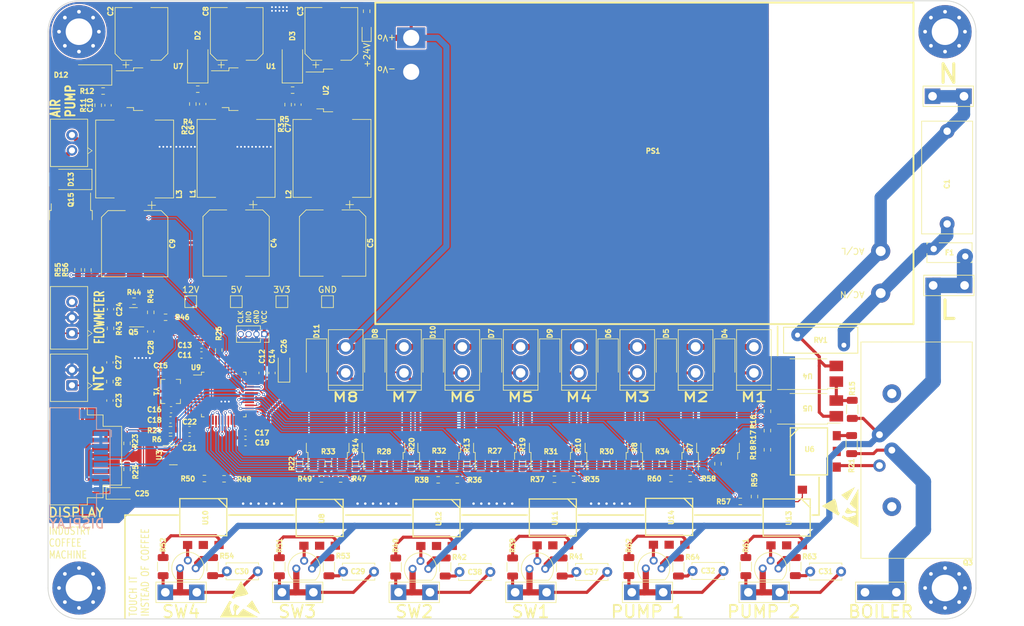
<source format=kicad_pcb>
(kicad_pcb (version 20211014) (generator pcbnew)
  (layers (0 "F.Cu" signal) (31 "B.Cu" signal) (34 "B.Paste" user) (35 "F.Paste" user) (36 "B.SilkS" user "B.Silkscreen") (37 "F.SilkS" user "F.Silkscreen") (38 "B.Mask" user) (39 "F.Mask" user) (44 "Edge.Cuts" user))
  (net 0 "")
  (net 1 "NEUT")
  (net 2 "LINE")
  (net 3 "+24V")
  (net 4 "GND")
  (net 5 "+5V")
  (net 6 "+3V3")
  (net 7 "Net-(C6-Pad1)")
  (net 8 "Net-(C7-Pad1)")
  (net 9 "Net-(C1-Pad2)")
  (net 10 "+12V")
  (net 11 "Net-(C18-Pad2)")
  (net 12 "+3V0")
  (net 13 "NTC")
  (net 14 "Net-(C10-Pad1)")
  (net 15 "Net-(C29-Pad1)")
  (net 16 "Net-(C15-Pad2)")
  (net 17 "Net-(C37-Pad1)")
  (net 18 "Net-(C37-Pad2)")
  (net 19 "Net-(C38-Pad1)")
  (net 20 "Net-(C38-Pad2)")
  (net 21 "Net-(D2-Pad1)")
  (net 22 "Net-(D3-Pad1)")
  (net 23 "Net-(D4-Pad2)")
  (net 24 "Net-(D5-Pad2)")
  (net 25 "Net-(C16-Pad2)")
  (net 26 "Net-(J9-Pad1)")
  (net 27 "SWDIO")
  (net 28 "SWCLK")
  (net 29 "UART_Tx")
  (net 30 "UART_Rx")
  (net 31 "Net-(Q1-Pad1)")
  (net 32 "Net-(Q2-Pad1)")
  (net 33 "Net-(Q3-Pad3)")
  (net 34 "Net-(C24-Pad2)")
  (net 35 "Net-(Q7-Pad3)")
  (net 36 "Net-(Q8-Pad3)")
  (net 37 "Motor_1")
  (net 38 "Motor_2")
  (net 39 "FLOWMETER")
  (net 40 "Net-(R15-Pad1)")
  (net 41 "Z_CROSS")
  (net 42 "Net-(R17-Pad1)")
  (net 43 "BOILER_uC")
  (net 44 "Net-(R21-Pad2)")
  (net 45 "Net-(R26-Pad2)")
  (net 46 "Net-(C28-Pad2)")
  (net 47 "Net-(C29-Pad2)")
  (net 48 "Net-(C30-Pad1)")
  (net 49 "Net-(R35-Pad1)")
  (net 50 "SW1_uC")
  (net 51 "Net-(R36-Pad1)")
  (net 52 "SW2_uC")
  (net 53 "Net-(R39-Pad2)")
  (net 54 "Net-(R40-Pad2)")
  (net 62 "Net-(C30-Pad2)")
  (net 64 "Net-(C31-Pad1)")
  (net 65 "Net-(C31-Pad2)")
  (net 68 "Net-(C32-Pad1)")
  (net 76 "Net-(D6-Pad2)")
  (net 77 "Net-(D7-Pad2)")
  (net 78 "Net-(D8-Pad2)")
  (net 79 "Net-(D9-Pad2)")
  (net 80 "Net-(D10-Pad2)")
  (net 81 "Net-(D11-Pad2)")
  (net 82 "Net-(Q4-Pad1)")
  (net 83 "Net-(Q6-Pad1)")
  (net 84 "Net-(Q9-Pad1)")
  (net 85 "Net-(Q10-Pad1)")
  (net 86 "Net-(Q11-Pad1)")
  (net 87 "Net-(Q12-Pad1)")
  (net 88 "Motor_3")
  (net 89 "Motor_5")
  (net 90 "Motor_7")
  (net 91 "Motor_4")
  (net 92 "Motor_6")
  (net 93 "Motor_8")
  (net 94 "Net-(C32-Pad2)")
  (net 95 "Net-(D12-Pad1)")
  (net 96 "Net-(D13-Pad2)")
  (net 97 "Net-(Q5-Pad2)")
  (net 98 "Net-(Q13-Pad3)")
  (net 99 "Net-(Q14-Pad3)")
  (net 100 "Net-(Q15-Pad1)")
  (net 101 "Net-(Q16-Pad3)")
  (net 102 "Net-(Q17-Pad3)")
  (net 103 "Net-(R47-Pad1)")
  (net 104 "SW3_uC")
  (net 105 "Net-(R48-Pad1)")
  (net 106 "SW4_uC")
  (net 107 "Net-(R51-Pad2)")
  (net 108 "Net-(R52-Pad2)")
  (net 109 "AIR_PUMP_uC")
  (net 110 "Net-(R57-Pad1)")
  (net 111 "PUMP1_uC")
  (net 112 "Net-(R58-Pad1)")
  (net 113 "PUMP2_uC")
  (net 114 "Net-(R61-Pad2)")
  (net 115 "Net-(R62-Pad2)")
  (net 122 "Net-(D1-Pad2)")
  (footprint "Connector_PinSocket_1.27mm:PinSocket_1x04_P1.27mm_Vertical" (layer "F.Cu") (at 90.42667 85.45 -90)
    (fp_text reference "J11" hide)
    (fp_text value "SW")
  )
  (footprint "Capacitor_SMD:CP_Elec_10x10.5" (layer "F.Cu") (at 69.46667 70.825 -90)
    (fp_text reference "C9")
    (fp_text value "1000uF")
  )
  (footprint "Capacitor_SMD:C_0603_1608Metric" (layer "F.Cu") (at 80.26667 88.825 180)
    (fp_text reference "C11")
    (fp_text value ".1uF")
  )
  (footprint "Resistor_SMD:R_1206_3216Metric" (layer "F.Cu") (at 130.56667 123.125 90)
    (fp_text reference "R39")
    (fp_text value "180R")
  )
  (footprint "Capacitor_SMD:C_0603_1608Metric" (layer "F.Cu") (at 73.66667 91.775)
    (fp_text reference "C15")
    (fp_text value "22pF")
  )
  (footprint "Resistor_SMD:R_0603_1608Metric" (layer "F.Cu") (at 159.26667 108.825)
    (fp_text reference "R58")
    (fp_text value "330R")
  )
  (footprint "Resistor_SMD:R_0603_1608Metric" (layer "F.Cu") (at 137.32667 108.925)
    (fp_text reference "R37")
    (fp_text value "10K")
  )
  (footprint "Capacitor_SMD:C_0603_1608Metric" (layer "F.Cu") (at 65.46667 96.2 -90)
    (fp_text reference "C23")
    (fp_text value ".01uF")
  )
  (footprint "Diode_SMD:D_SMA" (layer "F.Cu") (at 146 89.625 -90)
    (fp_text reference "D6")
    (fp_text value "D")
  )
  (footprint "Resistor_SMD:R_0603_1608Metric" (layer "F.Cu") (at 99.66667 108.885)
    (fp_text reference "R49")
    (fp_text value "10K")
  )
  (footprint "Capacitor_SMD:CP_Elec_10x10.5" (layer "F.Cu") (at 101.46667 70.725 -90)
    (fp_text reference "C5")
    (fp_text value "1000uF")
  )
  (footprint "Resistor_SMD:R_0603_1608Metric" (layer "F.Cu") (at 64.36667 46.125 180)
    (fp_text reference "R12")
    (fp_text value "1.2K")
  )
  (footprint "Footprint:PC817" (layer "F.Cu") (at 183.79167 94.905 180)
    (fp_text reference "U5")
    (fp_text value "PC817")
  )
  (footprint "Package_TO_SOT_SMD:TO-252-2" (layer "F.Cu") (at 154.75238 102.125 90)
    (fp_text reference "Q2" hide)
    (fp_text value "025N06N")
  )
  (footprint "Footprint:BT131" (layer "F.Cu") (at 134.56667 123.425)
    (fp_text reference "Q7" hide)
    (fp_text value "BT131")
  )
  (footprint "Resistor_SMD:R_1206_3216Metric" (layer "F.Cu") (at 176.26667 123.0625 -90)
    (fp_text reference "R63")
    (fp_text value "39R")
  )
  (footprint "Footprint:TAB_Conn" (layer "F.Cu") (at 93.27667 127.225)
    (fp_text reference "J12" hide)
    (fp_text value "SW3_TAB")
  )
  (footprint "TestPoint:TestPoint_Pad_1.5x1.5mm" (layer "F.Cu") (at 93.26667 80.2)
    (fp_text reference "3V3")
    (fp_text value "TestPoint_Pad_1.5x1.5mm")
  )
  (footprint "Footprint:DIP6_SMD" (layer "F.Cu") (at 155.86667 115.025 -90)
    (fp_text reference "U14")
    (fp_text value "MOC3021M")
  )
  (footprint "Resistor_SMD:R_0603_1608Metric" (layer "F.Cu") (at 83.92167 108.855)
    (fp_text reference "R48")
    (fp_text value "330R")
  )
  (footprint "Capacitor_SMD:C_0603_1608Metric" (layer "F.Cu") (at 80.46667 48.225 -90)
    (fp_text reference "C6")
    (fp_text value "15nF")
  )
  (footprint "Capacitor_SMD:C_0603_1608Metric" (layer "F.Cu") (at 75.26667 99.325)
    (fp_text reference "C18")
    (fp_text value ".1uF")
  )
  (footprint "Footprint:JST_2.54_2P" (layer "F.Cu") (at 59.23037 92.6901 90)
    (fp_text reference "J5" hide)
    (fp_text value "NTC")
  )
  (footprint "Resistor_SMD:R_1206_3216Metric" (layer "F.Cu") (at 185.46667 97.625 -90)
    (fp_text reference "R15")
    (fp_text value "100K")
  )
  (footprint "MountingHole:MountingHole_4.3mm_M4_Pad_Via" (layer "F.Cu") (at 60.46667 36.525)
    (fp_text reference "REF**" hide)
    (fp_text value "MountingHole_4.3mm_M4_Pad_Via")
  )
  (footprint "TestPoint:TestPoint_Pad_1.5x1.5mm" (layer "F.Cu") (at 78.52667 80.2)
    (fp_text reference "12V")
    (fp_text value "TestPoint_Pad_1.5x1.5mm")
  )
  (footprint "Footprint:Molex_White_4_2mm_2P" (layer "F.Cu") (at 122.333335 89.625 180)
    (fp_text reference "J16" hide)
    (fp_text value "Conn_01x02")
  )
  (footprint "Package_TO_SOT_SMD:TO-252-2" (layer "F.Cu") (at 163.76667 102.125 90)
    (fp_text reference "Q1" hide)
    (fp_text value "025N06N")
  )
  (footprint "Inductor_SMD:L_12x12mm_H8mm" (layer "F.Cu") (at 85.86667 57.025 -90)
    (fp_text reference "L1")
    (fp_text value "47uH")
  )
  (footprint "Inductor_SMD:L_12x12mm_H8mm" (layer "F.Cu") (at 101.36667 57.025 -90)
    (fp_text reference "L2")
    (fp_text value "47uH")
  )
  (footprint "Resistor_SMD:R_0603_1608Metric" (layer "F.Cu") (at 163.76667 106.425 -90)
    (fp_text reference "R29")
    (fp_text value "10K")
  )
  (footprint "Resistor_SMD:R_0603_1608Metric" (layer "F.Cu") (at 127.66667 106.425 -90)
    (fp_text reference "R27")
    (fp_text value "10K")
  )
  (footprint "Resistor_SMD:R_0603_1608Metric" (layer "F.Cu") (at 68.23333 107.325 -90)
    (fp_text reference "R25")
    (fp_text value "R")
  )
  (footprint "Footprint:DIP6_SMD" (layer "F.Cu") (at 178.46667 104.425)
    (fp_text reference "U6")
    (fp_text value "MOC3021M")
  )
  (footprint "Footprint:BT131" (layer "F.Cu") (at 115.66667 123.425)
    (fp_text reference "Q8" hide)
    (fp_text value "BT131")
  )
  (footprint "Footprint:XH2.54_4P_SMD" (layer "F.Cu") (at 61.56667 105.225)
    (fp_text reference "J19" hide)
    (fp_text value "SW")
  )
  (footprint "Package_TO_SOT_SMD:TO-252-2" (layer "F.Cu") (at 145.738095 102.125 90)
    (fp_text reference "Q4" hide)
    (fp_text value "025N06N")
  )
  (footprint "Diode_SMD:D_SMA" (layer "F.Cu") (at 127.146668 89.625 -90)
    (fp_text reference "D7")
    (fp_text value "D")
  )
  (footprint "Capacitor_THT:C_Disc_D5.0mm_W2.5mm_P5.00mm" (layer "F.Cu") (at 108.16667 123.885 180)
    (fp_text reference "C29")
    (fp_text value ".01uF")
  )
  (footprint "Resistor_SMD:R_0603_1608Metric" (layer "F.Cu") (at 167.36667 112.525 180)
    (fp_text reference "R57")
    (fp_text value "330R")
  )
  (footprint "Capacitor_Tantalum_SMD:CP_EIA-3216-10_Kemet-I" (layer "F.Cu") (at 93.60667 90.905 90)
    (fp_text reference "C26")
    (fp_text value "100uF")
  )
  (footprint "Footprint:TAB_Conn" (layer "F.Cu") (at 149.82667 127.225)
    (fp_text reference "J23" hide)
    (fp_text value "PUMP2_TAB")
  )
  (footprint "Capacitor_SMD:C_0603_1608Metric" (layer "F.Cu") (at 90.06667 91.725 90)
    (fp_text reference "C12")
    (fp_text value ".01uF")
  )
  (footprint "Resistor_SMD:R_0603_1608Metric" (layer "F.Cu") (at 140.42667 108.925)
    (fp_text reference "R35")
    (fp_text value "330R")
  )
  (footprint "Diode_SMD:D_SMA" (layer "F.Cu") (at 117.720002 89.625 -90)
    (fp_text reference "D10")
    (fp_text value "D")
  )
  (footprint "Diode_SMD:D_SMA" (layer "F.Cu") (at 79.66667 41.425 90)
    (fp_text reference "D2")
    (fp_text value "SS34")
  )
  (footprint "Package_TO_SOT_SMD:TO-252-2" (layer "F.Cu") (at 109.680955 102.125 90)
    (fp_text reference "Q9" hide)
    (fp_text value "025N06N")
  )
  (footprint "Capacitor_THT:C_Disc_D5.0mm_W2.5mm_P5.00mm" (layer "F.Cu") (at 126.96667 123.925 180)
    (fp_text reference "C38")
    (fp_text value ".01uF")
  )
  (footprint "Footprint:TAB_Conn" (layer "F.Cu") (at 187.52667 127.225)
    (fp_text reference "J9" hide)
    (fp_text value "BOILER_TAB")
  )
  (footprint "Resistor_SMD:R_0603_1608Metric" (layer "F.Cu") (at 132.16667 106.425 -90)
    (fp_text reference "R19")
    (fp_text value "1K")
  )
  (footprint "Varistor:RV_Disc_D12mm_W4.2mm_P7.5mm" (layer "F.Cu") (at 184.11667 87.245 180)
    (fp_text reference "RV1")
    (fp_text value "Varistor")
  )
  (footprint "Package_QFP:LQFP-48_7x7mm_P0.5mm" (layer "F.Cu") (at 83.86667 95.225)
    (fp_text reference "U9")
    (fp_text value "STM32F103C8Tx")
  )
  (footprint "Resistor_SMD:R_0603_1608Metric" (layer "F.Cu") (at 123.16667 106.425 -90)
    (fp_text reference "R13")
    (fp_text value "1K")
  )
  (footprint "Package_TO_SOT_SMD:TO-252-5_TabPin3" (layer "F.Cu") (at 102.46667 46.025)
    (fp_text reference "U2")
    (fp_text value "LM2596T-ADJ")
  )
  (footprint "Diode_SMD:D_SMA" (layer "F.Cu") (at 59.16667 60.425 180)
    (fp_text reference "D13")
    (fp_text value "D")
  )
  (footprint "Resistor_SMD:R_0603_1608Metric" (layer "F.Cu") (at 154.76667 106.425 -90)
    (fp_text reference "R34")
    (fp_text value "10K")
  )
  (footprint "Footprint:JST_2.54_2P" (layer "F.Cu") (at 59.23037 54.6901 90)
    (fp_text reference "J21" hide)
    (fp_text value "Conn_01x02")
  )
  (footprint "Symbol:ESD-Logo_6.6x6mm_SilkScreen" (layer "F.Cu") (at 86.5 128.325)
    (fp_text reference "REF**" hide)
    (fp_text value "ESD-Logo_6.6x6mm_SilkScreen" hide)
  )
  (footprint "Resistor_SMD:R_0603_1608Metric" (layer "F.Cu") (at 159.26667 106.425 -90)
    (fp_text reference "R7")
    (fp_text value "1K")
  )
  (footprint "Capacitor_SMD:C_0603_1608Metric" (layer "F.Cu") (at 87.37667 101.425)
    (fp_text reference "C17")
    (fp_text value ".1uF")
  )
  (footprint "Resistor_SMD:R_0603_1608Metric" (layer "F.Cu") (at 150.26667 106.425 -90)
    (fp_text reference "R8")
    (fp_text value "1K")
  )
  (footprint "Resistor_SMD:R_0603_1608Metric" (layer "F.Cu") (at 78.86667 48.225 90)
    (fp_text reference "R2")
    (fp_text value "3K")
  )
  (footprint "Capacitor_THT:C_Disc_D5.0mm_W2.5mm_P5.00mm" (layer "F.Cu") (at 164.66667 123.7625 180)
    (fp_text reference "C32")
    (fp_text value ".01uF")
  )
  (footprint "Resistor_SMD:R_0603_1608Metric" (layer "F.Cu") (at 83.06667 88.025 -90)
    (fp_text reference "R26")
    (fp_text value "10K")
  )
  (footprint "Capacitor_SMD:C_0603_1608Metric" (layer "F.Cu") (at 80.26667 87.235 180)
    (fp_text reference "C13")
    (fp_text value ".1uF")
  )
  (footprint "Resistor_SMD:R_0603_1608Metric" (layer "F.Cu") (at 114.16667 106.425 -90)
    (fp_text reference "R20")
    (fp_text value "1K")
  )
  (footprint "Footprint:BT131" (layer "F.Cu") (at 78.06667 123.325)
    (fp_text reference "Q14" hide)
    (fp_text value "BT131")
  )
  (footprint "Resistor_SMD:R_0603_1608Metric" (layer "F.Cu") (at 171.75667 104.165 90)
    (fp_text reference "R18")
    (fp_text value "10K")
  )
  (footprint "Resistor_SMD:R_0603_1608Metric" (layer "F.Cu") (at 61.90917 75.075 -90)
    (fp_text reference "R56")
    (fp_text value "10K")
  )
  (footprint "Footprint:DIP6_SMD" (layer "F.Cu") (at 137.06667 115.125 -90)
    (fp_text reference "U11")
    (fp_text value "MOC3021M")
  )
  (footprint "Resistor_SMD:R_0603_1608Metric" (layer "F.Cu") (at 118.52667 109.025)
    (fp_text reference "R38")
    (fp_text value "10K")
  )
  (footprint "Capacitor_SMD:C_0603_1608Metric" (layer "F.Cu") (at 75.35 97.685)
    (fp_text reference "C16")
    (fp_text value "22pF")
  )
  (footprint "Diode_SMD:D_SMA" (layer "F.Cu") (at 164.853332 89.625 -90)
    (fp_text reference "D4")
    (fp_text value "D")
  )
  (footprint "Resistor_SMD:R_0603_1608Metric" (layer "F.Cu") (at 156.16667 108.825)
    (fp_text reference "R60")
    (fp_text value "10K")
  )
  (footprint "Capacitor_SMD:C_0603_1608Metric" (layer "F.Cu") (at 65.56667 81.425 -90)
    (fp_text reference "C24")
    (fp_text value "0.1uF")
  )
  (footprint "Footprint:TAB_Conn" (layer "F.Cu") (at 198.44667 46.97)
    (fp_text reference "J1" hide)
    (fp_text value "NEUT_TAB")
  )
  (footprint "Footprint:Molex_White_4_2mm_2P" (layer "F.Cu") (at 103.480003 89.625 180)
    (fp_text reference "J17" hide)
    (fp_text value "Conn_01x02")
  )
  (footprint "Footprint:TAB_Conn" (layer "F.Cu") (at 130.97667 127.225)
    (fp_text reference "J14" hide)
    (fp_text value "SW1_TAB")
  )
  (footprint "Footprint:BT131" (layer "F.Cu") (at 172.26667 123.3625)
    (fp_text reference "Q16" hide)
    (fp_text value "BT131")
  )
  (footprint "Footprint:Molex_White_4_2mm_2P" (layer "F.Cu") (at 160.039999 89.625 180)
    (fp_text reference "J4" hide)
    (fp_text value "Conn_01x02")
  )
  (footprint "Resistor_SMD:R_1206_3216Metric" (layer "F.Cu") (at 138.56667 123.125 -90)
    (fp_text reference "R41")
    (fp_text value "39R")
  )
  (footprint "Footprint:DIP6_SMD" (layer "F.Cu") (at 99.36667 115.185 -90)
    (fp_text reference "U8")
    (fp_text value "MOC3021M")
  )
  (footprint "Capacitor_SMD:C_0603_1608Metric" (layer "F.Cu") (at 91.66667 91.735 90)
    (fp_text reference "C14")
    (fp_text value ".01uF")
  )
  (footprint "Package_TO_SOT_SMD:TO-252-5_TabPin3" (layer "F.Cu") (at 71.76667 45.825)
    (fp_text reference "U7")
    (fp_text value "LM2596T-ADJ")
  )
  (footprint "Resistor_SMD:R_1206_3216Metric" (layer "F.Cu") (at 149.36667 123.0625 90)
    (fp_text reference "R62")
    (fp_text value "180R")
  )
  (footprint "Diode_SMD:D_SMA" (layer "F.Cu") (at 136.573334 89.625 -90)
    (fp_text reference "D9")
    (fp_text value "D")
  )
  (footprint "Footprint:JST_2.54_3P" (layer "F.Cu") (at 59.332994 85.3142 90)
    (fp_text reference "J7" hide)
    (fp_text value "JST_3P_2.54mm")
  )
  (footprint "Resistor_SMD:R_0603_1608Metric" (layer "F.Cu") (at 65.56667 84.525 90)
    (fp_text reference "R43")
    (fp_text value "10k")
  )
  (footprint "Package_TO_SOT_SMD:SOT-23" (layer "F.Cu") (at 75.72667 105.035)
    (fp_text reference "U3")
    (fp_text value "LM4040DBZ-3")
  )
  (footprint "Capacitor_SMD:C_0603_1608Metric" (layer "F.Cu") (at 78.34667 100.905)
    (fp_text reference "C22")
    (fp_text value ".1uF")
  )
  (footprint "Footprint:BT131" (layer "F.Cu") (at 96.86667 123.385)
    (fp_text reference "Q13" hide)
    (fp_text value "BT131")
  )
  (footprint "Diode_SMD:D_SMA" (layer "F.Cu") (at 62.36667 43.525 180)
    (fp_text reference "D12")
    (fp_text value "SS34")
  )
  (footprint "Symbol:ESD-Logo_6.6x6mm_SilkScreen" (layer "F.Cu") (at 183.5 113.425 90)
    (fp_text reference "REF**" hide)
    (fp_text value "ESD-Logo_6.6x6mm_SilkScreen" hide)
  )
  (footprint "Inductor_SMD:L_12x12mm_H8mm" (layer "F.Cu") (at 69.46667 57.125 -90)
    (fp_text reference "L3")
    (fp_text value "47uH")
  )
  (footprint "Resistor_SMD:R_0603_1608Metric" (layer "F.Cu") (at 105.16667 106.425 -90)
    (fp_text reference "R14")
    (fp_text value "1K")
  )
  (footprint "Footprint:Molex_White_4_2mm_2P" (layer "F.Cu") (at 141.186667 89.625 180)
    (fp_text reference "J13" hide)
    (fp_text value "Conn_01x02")
  )
  (footprint "Resistor_SMD:R_0603_1608Metric" (layer "F.Cu") (at 109.76667 106.425 -90)
    (fp_text reference "R28")
    (fp_text value "10K")
  )
  (footprint "Footprint:Molex_White_4_2mm_2P" (layer "F.Cu") (at 169.46667 89.625 180)
    (fp_text reference "J3" hide)
    (fp_text value "Conn_01x02")
  )
  (footprint "Footprint:TAB_Conn" (layer "F.Cu") (at 168.67667 127.225)
    (fp_text reference "J22" hide)
    (fp_text value "PUMP1_TAB")
  )
  (footprint "Package_TO_SOT_SMD:TO-252-2" (layer "F.Cu") (at 59.16667 67.925 -90)
    (fp_text reference "Q15")
    (fp_text value "025N06N")
  )
  (footprint "Capacitor_SMD:C_0603_1608Metric" (layer "F.Cu") (at 78.34667 102.505)
    (fp_text reference "C21")
    (fp_text value ".1uF")
  )
  (footprint "Package_TO_SOT_SMD:TO-252-5_TabPin3" (layer "F.Cu") (at 87.16667 45.825)
    (fp_text reference "U1")
    (fp_text value "LM2596T-ADJ")
  )
  (footprint "Diode_SMD:D_SMA" (layer "F.Cu") (at 108.293336 89.625 -90)
    (fp_text reference "D8")
    (fp_text value "D")
  )
  (footprint "Diode_SMD:D_SMA" (layer "F.Cu") (at 98.86667 89.625 -90)
    (fp_text reference "D11")
    (fp_text value "D")
  )
  (footprint "Resistor_SMD:R_0603_1608Metric" (layer "F.Cu") (at 118.66667 106.425 -90)
    (fp_text reference "R32")
    (fp_text value "10K")
  )
  (footprint "Capacitor_SMD:CP_Elec_10x10.5" (layer "F.Cu") (at 85.86667 70.725 -90)
    (fp_text reference "C4")
    (fp_text value "1000uF")
  )
  (footprint "Footprint:DIP6_SMD" (layer "F.Cu") (at 80.56667 115.065 -90)
    (fp_text reference "U10")
    (fp_text value "MOC3021M")
  )
  (footprint "TestPoint:TestPoint_Pad_1.5x1.5mm" (layer "F.Cu") (at 100.63667 80.2)
    (fp_text reference "GND")
    (fp_text value "TestPoint_Pad_1.5x1.5mm")
  )
  (footprint "Resistor_SMD:R_0603_1608Metric" (layer "F.Cu") (at 145.76667 106.425 -90)
    (fp_text reference "R30")
    (fp_text value "10K")
  )
  (footprint "Resistor_SMD:R_1206_3216Metric" (layer "F.Cu") (at 168.26667 123.0625 90)
    (fp_text reference "R61")
    (fp_text value "180R")
  )
  (footprint "Footprint:DIP6_SMD" (layer "F.Cu") (at 174.86667 115.125 -90)
    (fp_text reference "U13")
    (fp_text value "MOC3021M")
  )
  (footprint "Resistor_SMD:R_1206_3216Metric" (layer "F.Cu") (at 157.36667 123.125 -90)
    (fp_text reference "R64")
    (fp_text value "39R")
  )
  (footprint "Capacitor_SMD:C_0603_1608Metric" (layer "F.Cu") (at 95.86667 48.325 -90)
    (fp_text reference "C7")
    (fp_text value "15nF")
  )
  (footprint "Fuse:Fuse_Bourns_MF-RG300" (layer "F.Cu") (at 203.73667 72.87 180)
    (fp_text reference "F1")
    (fp_text value "Fuse")
  )
  (footprint "Capacitor_Tantalum_SMD:CP_EIA-3216-10_Kemet-I" (layer "F.Cu") (at 67.16667 111.225)
    (fp_text reference "C25")
    (fp_text value "100uF")
  )
  (footprint "Resistor_SMD:R_0603_1608Metric" (layer "F.Cu") (at 75.27667 102.485 180)
    (fp_text reference "R6")
    (fp_text value "33R")
  )
  (footprint "Diode_SMD:D_SMA" (layer "F.Cu") (at 94.96667 41.425 90)
    (fp_text reference "D3")
    (fp_text value "SS34")
  )
  (footprint "Resistor_SMD:R_0603_1608Metric" (layer "F.Cu") (at 169.66667 111.725 -90)
    (fp_text reference "R59")
    (fp_text value "10K")
  )
  (footprint "Diode_SMD:D_SMA" (layer "F.Cu") (at 155.426666 89.625 -90)
    (fp_text reference "D5")
    (fp_text value "D")
  )
  (footprint "Footprint:TAB_Conn" (layer "F.Cu") (at 198.54667 77.57)
    (fp_text reference "J2" hide)
    (fp_text value "LINE_TAB")
  )
  (footprint "Footprint:TAB_Conn" (layer "F.Cu") (at 112.12667 127.225)
    (fp_text reference "J15" hide)
    (fp_text value "SW2_TAB")
  )
  (footprint "Capacitor_SMD:CP_Elec_8x10" (layer "F.Cu") (at 101.26667 36.8825 90)
    (fp_text reference "C3")
    (fp_text value "100uF")
  )
  (footprint "Footprint:Molex_White_4_2mm_2P" (layer "F.Cu") (at 131.760001 89.625 180)
    (fp_text reference "J8" hide)
    (fp_text value "Conn_01x02")
  )
  (footprint "MountingHole:MountingHole_4.3mm_M4_Pad_Via" (layer "F.Cu") (at 60.46667 126.525)
    (fp_text reference "REF**" hide)
    (fp_text value "MountingHole_4.3mm_M4_Pad_Via")
  )
  (footprint "Resistor_SMD:R_0603_1608Metric" (layer "F.Cu") (at 95 45.975 180)
    (fp_text reference "R5")
    (fp_text value "1K")
  )
  (footprint "Capacitor_SMD:C_0603_1608Metric" (layer "F.Cu") (at 65.46667 90.025 90)
    (fp_text reference "C27")
    (fp_text value ".01uF")
  )
  (footprint "Resistor_SMD:R_0603_1608Metric" (layer "F.Cu") (at 141.16667 106.425 -90)
    (fp_text reference "R10")
    (fp_text value "1K")
  )
  (footprint "Package_TO_SOT_SMD:TO-252-2" (layer "F.Cu") (at 127.709525 102.125 90)
    (fp_text reference "Q6" hide)
    (fp_text value "025N06N")
  )
  (footprint "Footprint:BTA16_wH_SINK" (layer "F.Cu") (at 191.86667 104.225 -90)
    (fp_text reference "Q3")
    (fp_text value "BTA16")
  )
  (footprint "Resistor_SMD:R_0603_1608Metric" (layer "F.Cu") (at 74.46667 82.725)
    (fp_text reference "R46")
    (fp_text value "1k")
  )
  (footprint "Resistor_SMD:R_0603_1608Metric" (layer "F.Cu") (at 100.76667 106.425 -90)
    (fp_text reference "R33")
    (fp_text value "10K")
  )
  (footprint "Resistor_SMD:R_0603_1608Metric" (layer "F.Cu") (at 79.66667 45.825 180)
    (fp_text reference "R4")
    (fp_text value "1K")
  )
  (footprint "Footprint:Molex_White_4_2mm_2P" (layer "F.Cu") (at 150.613333 89.625 180)
    (fp_text reference "J6" hide)
    (fp_text value "Conn_01x02")
  )
  (footprint "Capacitor_THT:C_Rect_L18.0mm_W8.0mm_P15.00mm_FKS3_FKP3" (layer "F.Cu") (at 200.80667 52.62 -90)
    (fp_text reference "C1")
    (fp_text value "0.22uF")
  )
  (footprint "Resistor_SMD:R_0603_1608Metric" (layer "F.Cu") (at 68.23333 103.125 90)
    (fp_text reference "R23")
    (fp_text value "R")
  )
  (footprint "Package_TO_SOT_SMD:TO-252-2" (layer "F.Cu") (at 100.66667 102.125 90)
    (fp_text reference "Q12" hide)
    (fp_text value "025N06N")
  )
  (footprint "Resistor_SMD:R_0603_1608Metric" (layer "F.Cu") (at 171.75667 101.065 90)
    (fp_text reference "R17")
    (fp_text value "330R")
  )
  (footprint "Resistor_SMD:R_0603_1608Metric" (layer "F.Cu") (at 121.62667 109.025)
    (fp_text reference "R36")
    (fp_text value "330R")
  )
  (footprint "Resistor_SMD:R_1206_3216Metric" (layer "F.Cu") (at 119.66667 123.125 -90)
    (fp_text reference "R42")
    (fp_text value "39R")
  )
  (footprint "Footprint:DIP6_SMD" (layer "F.Cu") (at 118.26667 115.225 -90)
    (fp_text reference "U12")
    (fp_text value "MOC3021M")
  )
  (footprint "Footprint:TAB_Conn" (layer "F.Cu") (at 74.42667 127.225)
    (fp_text reference "J20" hide)
    (fp_text value "SW4_TAB")
  )
  (footprint "Resistor_SMD:R_1206_3216Metric" (layer "F.Cu") (at 82.06667 123.065 -90)
    (fp_text reference "R54")
    (fp_text value "39R")
  )
  (footprint "MountingHole:MountingHole_4.3mm_M4_Pad_Via" (layer "F.Cu") (at 200.46667 126.525)
    (fp_text reference "REF**" hide)
    (fp_text value "MountingHole_4.3mm_M4_Pad_Via")
  )
  (footprint "Footprint:BT131" (layer "F.Cu") (at 153.36667 123.3625)
    (fp_text reference "Q17" hide)
    (fp_text value "BT131")
  )
  (footprint "TestPoint:TestPoint_Pad_1.5x1.5mm" (layer "F.Cu") (at 85.89667 80.2)
    (fp_text reference "5V")
    (fp_text value "TestPoint_Pad_1.5x1.5mm")
  )
  (footprint "Resistor_SMD:R_1206_3216Metric" (layer "F.Cu") (at 74.06667 123.065 90)
    (fp_text reference "R52")
    (fp_text value "180R")
  )
  (footprint "Capacitor_THT:C_Disc_D5.0mm_W2.5mm_P5.00mm" (layer "F.Cu") (at 89.36667 123.825 180)
    (fp_text reference "C30")
    (fp_text value ".01uF")
  )
  (footprint "Resistor_SMD:R_0603_1608Metric" (layer "F.Cu") (at 106.96667 33.2125 90)
    (fp_text reference "R1" hide)
    (fp_text value "4.1K")
  )
  (footprint "Resistor_SMD:R_1206_3216Metric" (layer "F.Cu") (at 111.66667 123.125 90)
    (fp_text reference "R40")
    (fp_text value "180R")
  )
  (footprint "Capacitor_SMD:C_0603_1608Metric" (layer "F.Cu") (at 87.38667 103.015)
    (fp_text reference "C19")
    (fp_text value ".01uF")
  )
  (footprint "Package_TO_SOT_SMD:SOT-23" (layer "F.Cu") (at 69.26667 82.725 180)
    (fp_text reference "Q5")
    (fp_text value "2N2222")
  )
  (footprint "Resistor_SMD:R_0603_1608Metric" (layer "F.Cu") (at 136.76667 106.425 -90)
    (fp_text reference "R31")
    (fp_text value "10K")
  )
  (footprint "Resistor_SMD:R_0603_1608Metric" (layer "F.Cu") (at 171.76667 97.925 90)
    (fp_text reference "R16")
    (fp_text value "10K")
  )
  (footprint "MountingHole:MountingHole_4.3mm_M4_Pad_Via" (layer "F.Cu") (at 200.46667 36.525)
    (fp_text reference "REF**" hide)
    (fp_text value "MountingHole_4.3mm_M4_Pad_Via")
  )
  (footprint "Resistor_SMD:R_0603_1608Metric" (layer "F.Cu") (at 63.56667 48.425 90)
    (fp_text reference "R11")
    (fp_text value "11K")
  )
  (footprint "Resistor_SMD:R_1206_3216Metric" (layer "F.Cu") (at 185.36667 103.325 90)
    (fp_text reference "R21")
    (fp_text value "180R")
  )
  (footprint "Resistor_SMD:R_0603_1608Metric" (layer "F.Cu") (at 65.46667 93.125 90)
    (fp_text reference "R9")
    (fp_text value "100K")
  )
  (footprint "Resistor_SMD:R_0603_1608Metric" (layer "F.Cu") (at 96.12667 106.41 -90)
    (fp_text reference "R22")
    (fp_text value "1K")
  )
  (footprint "Capacitor_THT:C_Disc_D5.0mm_W2.5mm_P5.00mm" (layer "F.Cu") (at 183.66667 123.8625 180)
    (fp_text reference "C31")
    (fp_text value ".01uF")
  )
  (footprint "Capacitor_SMD:C_0603_1608Metric" (layer "F.Cu") (at 72.06667 85.025 90)
    (fp_text reference "C28")
    (fp_text value "0.1uF")
  )
  (footprint "Capacitor_SMD:CP_Elec_8x10" (layer "F.Cu") (at 70.56667 36.8825 90)
    (fp_text reference "C2")
    (fp_text value "100uF")
  )
  (footprint "Footprint:PC817" (layer "F.Cu") (at 183.79167 89.305 180)
    (fp_text reference "U4")
    (fp_text value "PC817")
  )
  (footprint "Resistor_SMD:R_0603_1608Metric" (layer "F.Cu") (at 60.30917 75.05 90)
    (fp_text reference "R55")
    (fp_text value "1K")
  )
  (footprint "Capacitor_THT:C_Disc_D5.0mm_W2.5mm_P5.00mm" (layer "F.Cu") (at 145.86667 123.925 180)
    (fp_text reference "C37")
    (fp_text value ".01uF")
  )
  (footprint "Resistor_SMD:R_0603_1608Metric" (layer "F.Cu") (at 80.74167 108.815)
    (fp_text reference "R50")
    (fp_text value "10K")
  )
  (footprint "Resistor_SMD:R_0603_1608Metric" (layer "F.Cu") (at 102.76667 108.885)
    (fp_text reference "R47")
    (fp_text value "330R")
  )
  (footprint "Footprint:Crystal_smd_3225" (layer "F.Cu") (at 75.26667 94.725 -90)
    (fp_text reference "Y1")
    (fp_text value "Crystal_GND24")
  )
  (footprint "Resistor_SMD:R_1206_3216Metric" (layer "F.Cu") (at 92.86667 123.085 90)
    (fp_text reference "R51")
    (fp_text value "180R")
  )
  (footprint "Footprint:Molex_White_4_2mm_2P" (layer "F.Cu") (at 112.906669 89.625 180)
    (fp_text reference "J10" hide)
    (fp_text value "Conn_01x02")
  )
  (footprint "LED_SMD:LED_0603_1608Metric" (layer "F.Cu") (at 106.96667 36.6125 90)
    (fp_text reference "D1" hide)
    (fp_text value "LED")
  )
  (footprint "Capacitor_SMD:C_0603_1608Metric" (layer "F.Cu") (at 65.16667 48.425 -90)
    (fp_text reference "C10")
    (fp_text value "15nF")
  )
  (footprint "Resistor_SMD:R_0603_1608Metric" (layer "F.Cu") (at 72.06667 81.925 -90)
    (fp_text reference "R45")
    (fp_text value "10k")
  )
  (footprint "Resistor_SMD:R_0603_1608Metric" (layer "F.Cu") (at 75.26667 100.925)
    (fp_text reference "R24")
    (fp_text value "10K")
  )
  (footprint "Resistor_SMD:R_0603_1608Metric" (layer "F.Cu") (at 69.36667 80.125)
    (fp_text reference "R44")
    (fp_text value "1k")
  )
  (footprint "Footprint:IRM-90-24" (layer "F.Cu") (at 153.36667 55.825 180)
    (fp_text reference "PS1")
    (fp_text value "HLK-PM01")
  )
  (footprint "Resistor_SMD:R_0603_1608Metric" (layer "F.Cu") (at 94.26667 48.325 90)
    (fp_text reference "R3")
    (fp_text value "1.6K")
  )
  (footprint "Capacitor_SMD:CP_Elec_8x10" (layer "F.Cu") (at 85.96667 36.8825 90)
    (fp_text reference "C8")
    (fp_text value "100uF")
  )
  (footprint "Package_TO_SOT_SMD:TO-252-2" (layer "F.Cu") (at 118.69524 102.125 90)
    (fp_text reference "Q11" hide)
    (fp_text value "025N06N")
  )
  (footprint "Package_TO_SOT_SMD:TO-252-2" (layer "F.Cu") (at 136.72381 102.125 90)
    (fp_text reference "Q10" hide)
    (fp_text value "025N06N")
  )
  (footprint "Resistor_SMD:R_1206_3216Metric" (layer "F.Cu") (at 100.86667 123.085 -90)
    (fp_text reference "R53")
    (fp_text value "39R")
  )
  (footprint "Footprint:FCC_1.0mm_10P" (layer "B.Cu") (at 60 106.075 90)
    (fp_text reference "J18" hide)
    (fp_text value "Conn_01x10")
  )
  (gr_line (start 67.9 131.425) (end 67.9 114.725) (layer "F.SilkS") (width 0.25))
  (gr_line (start 122.4 114.725) (end 132.9 114.725) (layer "F.SilkS") (width 0.25))
  (gr_line (start 173.4 88.925) (end 173.4 84.225) (layer "F.SilkS") (width 0.25))
  (gr_line (start 180.1 114.725) (end 180.1 108.625) (layer "F.SilkS") (width 0.25))
  (gr_line (start 103.6 114.725) (end 114.1 114.725) (layer "F.SilkS") (width 0.25))
  (gr_line (start 84.7 114.725) (end 95.2 114.725) (layer "F.SilkS") (width 0.25))
  (gr_line (start 76.5 114.725) (end 67.9 114.725) (layer "F.SilkS") (width 0.25))
  (gr_line (start 170.7 114.725) (end 160 114.725) (layer "F.SilkS") (width 0.25))
  (gr_line (start 180.1 114.725) (end 179 114.725) (layer "F.SilkS") (width 0.25))
  (gr_line (start 151.7 114.725) (end 141.2 114.725) (layer "F.SilkS") (width 0.25))
  (gr_line (start 55.46667 126.525) (end 55.46667 36.525) (layer "Edge.Cuts") (width 0.12))
  (gr_arc (start 55.46667 36.525) (mid 56.931136 32.989466) (end 60.46667 31.525) (layer "Edge.Cuts") (width 0.12))
  (gr_line (start 200.46667 131.525) (end 60.46667 131.525) (layer "Edge.Cuts") (width 0.12))
  (gr_line (start 60.46667 31.525) (end 200.46667 31.525) (layer "Edge.Cuts") (width 0.12))
  (gr_arc (start 205.46667 126.525) (mid 204.002204 130.060534) (end 200.46667 131.525) (layer "Edge.Cuts") (width 0.12))
  (gr_line (start 205.46667 36.525) (end 205.46667 126.525) (layer "Edge.Cuts") (width 0.12))
  (gr_arc (start 60.46667 131.525) (mid 56.931136 130.060534) (end 55.46667 126.525) (layer "Edge.Cuts") (width 0.12))
  (gr_arc (start 200.46667 31.525) (mid 204.002204 32.989466) (end 205.46667 36.525) (layer "Edge.Cuts") (width 0.12))
  (gr_text "DISPLAY" (at 60.1 116.125) (layer "B.SilkS") (effects (font (size 1.5 1.5) (thickness 0.25)) (justify mirror)))
  (gr_text "FLOWMETER" (at 63.76667 82.725 90) (layer "F.SilkS") (effects (font (size 1.5 1) (thickness 0.25))))
  (gr_text "M7" (at 113.06667 95.65) (layer "F.SilkS") (effects (font (size 1.5 2) (thickness 0.3))))
  (gr_text "TOUCH IT\nINSTEAD OF COFFEE" (at 70.2 131.225 90) (layer "F.SilkS") (effects (font (size 1.2 0.95)) (justify left)))
  (gr_text "PUMP 2" (at 171.16667 130.35) (layer "F.SilkS") (effects (font (size 2 2) (thickness 0.3))))
  (gr_text "M4" (at 141.26667 95.65) (layer "F.SilkS") (effects (font (size 1.5 2) (thickness 0.3))))
  (gr_text "PUMP 1" (at 152.36667 130.35) (layer "F.SilkS") (effects (font (size 2 2) (thickness 0.3))))
  (gr_text "AIR\nPUMP" (at 57.86667 50.55 90) (layer "F.SilkS") (effects (font (size 1.5 1.25) (thickness 0.3)) (justify left)))
  (gr_text "+24V" (at 107.02 40.335 90) (layer "F.SilkS") (effects (font (size 1 1))))
  (gr_text "BOILER" (at 190.06667 130.35) (layer "F.SilkS") (effects (font (size 2 2) (thickness 0.3))))
  (gr_text "SW2\n" (at 114.66667 130.35) (layer "F.SilkS") (effects (font (size 2 2) (thickness 0.3))))
  (gr_text "VCC" (at 90.42667 82.67 90) (layer "F.SilkS") (effects (font (size 0.75 0.75))))
  (gr_text "CLK" (at 86.59667 82.67 90) (layer "F.SilkS") (effects (font (size 0.75 0.75))))
  (gr_text "DIO" (at 87.89667 82.67 90) (layer "F.SilkS") (effects (font (size 0.75 0.75))))
  (gr_text "M3" (at 150.66667 95.65) (layer "F.SilkS") (effects (font (size 1.5 2) (thickness 0.3))))
  (gr_text "SW3" (at 95.76667 130.35) (layer "F.SilkS") (effects (font (size 2 2) (thickness 0.3))))
  (gr_text "SW4" (at 76.96667 130.35) (layer "F.SilkS") (effects (font (size 2 2) (thickness 0.3))))
  (gr_text "L" (at 200.96667 81.55) (layer "F.SilkS") (effects (font (size 3 3) (thickness 0.5))))
  (gr_text "M5" (at 131.86667 95.65) (layer "F.SilkS") (effects (font (size 1.5 2) (thickness 0.3))))
  (gr_text "INDUSTRY \nCOFFEE\nMACHINE" (at 55.5 119.225) (layer "F.SilkS") (effects (font (size 1.2 0.95)) (justify left)))
  (gr_text "M2\n" (at 160.16667 95.65) (layer "F.SilkS") (effects (font (size 1.5 2) (thickness 0.3))))
  (gr_text "M6" (at 122.46667 95.65) (layer "F.SilkS") (effects (font (size 1.5 2) (thickness 0.3))))
  (gr_text "M8" (at 103.56667 95.65) (layer "F.SilkS") (effects (font (size 1.5 2) (thickness 0.3))))
  (gr_text "DISPLAY" (at 60 114.325) (layer "F.SilkS") (effects (font (size 1.5 1.5) (thickness 0.25))))
  (gr_text "NTC" (at 63.66667 92.625 90) (layer "F.SilkS") (effects (font (size 1.5 1.5) (thickness 0.3))))
  (gr_text "SW1" (at 133.46667 130.35) (layer "F.SilkS") (effects (font (size 2 2) (thickness 0.3))))
  (gr_text "GND" (at 89.14667 82.67 90) (layer "F.SilkS") (effects (font (size 0.75 0.75))))
  (gr_text "N" (at 201.01667 43.35) (layer "F.SilkS") (effects (font (size 3 3) (thickness 0.5))))
  (gr_text "M1" (at 169.56667 95.65) (layer "F.SilkS") (effects (font (size 1.5 2) (thickness 0.3))))
  (segment (start 180.77967 98.738) (end 182.89167 98.738) (width 0.5) (layer "F.Cu") (net 1))
  (segment (start 180.13967 98.098) (end 180.77967 98.738) (width 0.5) (layer "F.Cu") (net 1))
  (segment (start 180.13967 89.652) (end 181.08567 90.598) (width 0.5) (layer "F.Cu") (net 1))
  (segment (start 176.65334 85.61167) (end 176.61667 85.61167) (width 0.5) (layer "F.Cu") (net 1))
  (segment (start 180.13967 90.598) (end 180.13967 98.098) (width 0.5) (layer "F.Cu") (net 1))
  (segment (start 180.13967 89.652) (end 180.13967 89.098) (width 0.5) (layer "F.Cu") (net 1))
  (segment (start 180.13967 89.098) (end 176.65334 85.61167) (width 0.5) (layer "F.Cu") (net 1))
  (segment (start 180.13967 90.598) (end 180.13967 89.652) (width 0.5) (layer "F.Cu") (net 1))
  (segment (start 181.08567 90.598) (end 182.89167 90.598) (width 0.5) (layer "F.Cu") (net 1))
  (segment (start 176.61667 85.61167) (end 176.61667 85.50833) (width 2) (layer "B.Cu") (net 1))
  (segment (start 176.61667 85.50833) (end 190.06667 72.05833) (width 2) (layer "B.Cu") (net 1))
  (segment (start 190.06667 63.36) (end 200.80667 52.62) (width 2) (layer "B.Cu") (net 1))
  (segment (start 203.52667 49.9) (end 200.80667 52.62) (width 2) (layer "B.Cu") (net 1))
  (segment (start 190.06667 72.05833) (end 190.06667 72.025) (width 2) (layer "B.Cu") (net 1))
  (segment (start 190.06667 72.025) (end 190.06667 63.36) (width 2) (layer "B.Cu") (net 1))
  (segment (start 203.52667 46.97) (end 203.52667 49.9) (width 2) (layer "B.Cu") (net 1))
  (segment (start 198.44667 46.97) (end 203.52667 46.97) (width 2) (layer "B.Cu") (net 1))
  (segment (start 79.33667 122.42833) (end 80.1625 121.6025) (width 0.5) (layer "F.Cu") (net 2))
  (segment (start 99.0225 121.6225) (end 98.13667 122.50833) (width 0.5) (layer "F.Cu") (net 2))
  (segment (start 157.21167 121.655) (end 155.52 121.655) (width 0.5) (layer "F.Cu") (net 2))
  (segment (start 173.53667 123.3625) (end 173.53667 122.48833) (width 0.5) (layer "F.Cu") (net 2))
  (segment (start 185.46667 99.0875) (end 187.22917 99.0875) (width 0.5) (layer "F.Cu") (net 2))
  (segment (start 154.63667 122.53833) (end 154.63667 123.3625) (width 0.5) (layer "F.Cu") (net 2))
  (segment (start 116.93667 122.47833) (end 116.93667 123.425) (width 0.5) (layer "F.Cu") (net 2))
  (segment (start 173.53667 122.48833) (end 174.425 121.6) (width 0.5) (layer "F.Cu") (net 2))
  (segment (start 80.1625 121.6025) (end 82.06667 121.6025) (width 0.5) (layer "F.Cu") (net 2))
  (segment (start 155.52 121.655) (end 154.63667 122.53833) (width 0.5) (layer "F.Cu") (net 2))
  (segment (start 79.33667 123.325) (end 79.33667 122.42833) (width 0.5) (layer "F.Cu") (net 2))
  (segment (start 174.425 121.6) (end 176.26667 121.6) (width 0.5) (layer "F.Cu") (net 2))
  (segment (start 138.56667 121.6625) (end 136.8125 121.6625) (width 0.5) (layer "F.Cu") (net 2))
  (segment (start 117.7525 121.6625) (end 116.93667 122.47833) (width 0.5) (layer "F.Cu") (net 2))
  (segment (start 119.66667 121.6625) (end 117.7525 121.6625) (width 0.5) (layer "F.Cu") (net 2))
  (segment (start 135.83667 122.63833) (end 135.83667 123.425) (width 0.5) (layer "F.Cu") (net 2))
  (segment (start 98.13667 122.50833) (end 98.13667 123.385) (width 0.5) (layer "F.Cu") (net 2))
  (segment (start 136.8125 121.6625) (end 135.83667 122.63833) (width 0.5) (layer "F.Cu") (net 2))
  (segment (start 157.36667 121.5) (end 157.21167 121.655) (width 0.5) (layer "F.Cu") (net 2))
  (segment (start 100.86667 121.6225) (end 99.0225 121.6225) (width 0.5) (layer "F.Cu") (net 2))
  (segment (start 187.22917 99.0875) (end 189.86667 101.725) (width 0.5) (layer "F.Cu") (net 2))
  (segment (start 123.91667 116.475) (end 116.96667 123.425) (width 1) (layer "B.Cu") (net 2))
  (segment (start 135.83667 123.405) (end 135.83667 123.425) (width 1) (layer "B.Cu") (net 2))
  (segment (start 142.76667 116.475) (end 135.83667 123.405) (width 1) (layer "B.Cu") (net 2))
  (segment (start 86.18667 116.475) (end 79.33667 123.325) (width 1) (layer "B.Cu") (net 2))
  (segment (start 181.76 115.13167) (end 181.76 105.615) (width 1) (layer "B.Cu") (net 2))
  (segment (start 198.54667 77.57) (end 203.62667 77.57) (width 2.5) (layer "B.Cu") (net 2))
  (segment (start 173.53667 123.355) (end 180.26667 116.625) (width 1) (layer "B.Cu") (net 2))
  (segment (start 98.13667 123.355) (end 98.13667 123.385) (width 1) (layer "B.Cu") (net 2))
  (segment (start 161.51667 116.475) (end 154.63667 123.355) (width 1) (layer "B.Cu") (net 2))
  (segment (start 161.51667 116.475) (end 142.76667 116.475) (width 1) (layer "B.Cu") (net 2))
  (segment (start 154.63667 123.355) (end 154.63667 123.3625) (width 1) (layer "B.Cu") (net 2))
  (segment (start 181.76 105.615) (end 184.13 103.245) (width 1) (layer "B.Cu") (net 2))
  (segment (start 116.96667 123.425) (end 116.93667 123.425) (width 1) (layer "B.Cu") (net 2))
  (segment (start 179.26667 117.625) (end 180.26667 116.625) (width 1) (layer "B.Cu") (net 2))
  (segment (start 184.13 103.245) (end 188.34667 103.245) (width 1) (layer "B.Cu") (net 2))
  (segment (start 105.01667 116.475) (end 86.18667 116.475) (width 1) (layer "B.Cu") (net 2))
  (segment (start 180.26667 116.625) (end 181.76 115.13167) (width 1) (layer "B.Cu") (net 2))
  (segment (start 123.91667 116.475) (end 105.01667 116.475) (width 1) (layer "B.Cu") (net 2))
  (segment (start 142.76667 116.475) (end 123.91667 116.475) (width 1) (layer "B.Cu") (net 2))
  (segment (start 203.62667 72.98) (end 203.73667 72.87) (width 2.5) (layer "B.Cu") (net 2))
  (segment (start 180.41667 116.475) (end 161.51667 116.475) (width 1) (layer "B.Cu") (net 2))
  (segment (start 203.62667 77.57) (end 203.62667 72.98) (width 2.5) (layer "B.Cu") (net 2))
  (segment (start 105.01667 116.475) (end 98.13667 123.355) (width 1) (layer "B.Cu") (net 2))
  (segment (start 188.34667 103.245) (end 189.86667 101.725) (width 1) (layer "B.Cu") (net 2))
  (segment (start 198.54667 93.045) (end 198.54667 77.57) (width 2.5) (layer "B.Cu") (net 2))
  (segment (start 181.76 115.13167) (end 180.41667 116.475) (width 1) (layer "B.Cu") (net 2))
  (segment (start 189.86667 101.725) (end 198.54667 93.045) (width 2.5) (layer "B.Cu") (net 2))
  (segment (start 173.53667 123.3625) (end 173.53667 123.355) (width 1) (layer "B.Cu") (net 2))
  (segment (start 110.88667 37.525) (end 108.27917 40.1325) (width 1) (layer "F.Cu") (net 3))
  (segment (start 114.16667 34.05) (end 114.16667 37.525) (width 0.5) (layer "F.Cu") (net 3))
  (segment (start 98.96667 87.525) (end 98.86667 87.625) (width 1) (layer "F.Cu") (net 3))
  (segment (start 103.03667 36.795) (end 96.13667 36.795) (width 1) (layer "F.Cu") (net 3))
  (segment (start 96.13667 36.795) (end 91.76667 36.795) (width 1) (layer "F.Cu") (net 3))
  (segment (start 103.580003 87.525) (end 169.56667 87.525) (width 1) (layer "F.Cu") (net 3))
  (segment (start 106.73417 40.1325) (end 101.26667 40.1325) (width 1) (layer "F.Cu") (net 3))
  (segment (start 76.65667 36.795) (end 76.40667 37.045) (width 1) (layer "F.Cu") (net 3))
  (segment (start 106.96667 32.3875) (end 112.50417 32.3875) (width 0.5) (layer "F.Cu") (net 3))
  (segment (start 76.40667 37.045) (end 73.31917 40.1325) (width 1) (layer "F.Cu") (net 3))
  (segment (start 103.580003 87.525) (end 98.96667 87.525) (width 1) (layer "F.Cu") (net 3))
  (segment (start 106.37417 40.1325) (end 103.03667 36.795) (width 1) (layer "F.Cu") (net 3))
  (segment (start 73.31917 40.1325) (end 70.56667 40.1325) (width 1) (layer "F.Cu") (net 3))
  (segment (start 88.42917 40.1325) (end 85.96667 40.1325) (width 1) (layer "F.Cu") (net 3))
  (segment (start 91.76667 36.795) (end 76.65667 36.795) (width 1) (layer "F.Cu") (net 3))
  (segment (start 114.16667 37.525) (end 110.88667 37.525) (width 1) (layer "F.Cu") (net 3))
  (segment (start 112.50417 32.3875) (end 114.16667 34.05) (width 0.5) (layer "F.Cu") (net 3))
  (segment (start 108.27917 40.1325) (end 106.73417 40.1325) (width 1) (layer "F.Cu") (net 3))
  (segment (start 106.73417 40.1325) (end 106.37417 40.1325) (width 1) (layer "F.Cu") (net 3))
  (segment (start 91.76667 36.795) (end 88.42917 40.1325) (width 1) (layer "F.Cu") (net 3))
  (segment (start 119.86667 38.95) (end 119.86667 71.20833) (width 1) (layer "B.Cu") (net 3))
  (segment (start 118.44167 37.525) (end 119.86667 38.95) (width 1) (layer "B.Cu") (net 3))
  (segment (start 119.86667 71.20833) (end 103.580003 87.494997) (width 1) (layer "B.Cu") (net 3))
  (segment (start 103.580003 87.494997) (end 103.580003 87.525) (width 1) (layer "B.Cu") (net 3))
  (segment (start 114.16667 37.525) (end 118.44167 37.525) (width 1) (layer "B.Cu") (net 3))
  (via (at 94.06667 33.15) (size 0.5) (drill 0.3) (layers "F.Cu" "B.Cu") (net 4))
  (via (at 70.11 89.315) (size 0.5) (drill 0.3) (layers "F.Cu" "B.Cu") (net 4))
  (via (at 76.2 55.15) (size 0.5) (drill 0.3) (layers "F.Cu" "B.Cu") (net 4))
  (via (at 128 112.875) (size 0.8) (drill 0.4) (layers "F.Cu" "B.Cu") (net 4))
  (via (at 84.69 96.365) (size 0.5) (drill 0.3) (layers "F.Cu" "B.Cu") (net 4))
  (via (at 91.66667 32.55) (size 0.5) (drill 0.3) (layers "F.Cu" "B.Cu") (net 4))
  (via (at 75.3 55.15) (size 0.5) (drill 0.3) (layers "F.Cu" "B.Cu") (net 4))
  (via (at 91.46667 55.15) (size 0.5) (drill 0.3) (layers "F.Cu" "B.Cu") (net 4))
  (via (at 69.51 89.315) (size 0.5) (drill 0.3) (layers "F.Cu" "B.Cu") (net 4))
  (via (at 79.2 55.15) (size 0.5) (drill 0.3) (layers "F.Cu" "B.Cu") (net 4))
  (via (at 105.5 112.875) (size 0.8) (drill 0.4) (layers "F.Cu" "B.Cu") (net 4))
  (via (at 92.26667 33.15) (size 0.5) (drill 0.3) (layers "F.Cu" "B.Cu") (net 4))
  (via (at 86.06667 55.15) (size 0.5) (drill 0.3) (layers "F.Cu" "B.Cu") (net 4))
  (via (at 86.66667 55.15) (size 0.5) (drill 0.3) (layers "F.Cu" "B.Cu") (net 4))
  (via (at 92.86667 32.55) (size 0.5) (drill 0.3) (layers "F.Cu" "B.Cu") (net 4))
  (via (at 74.1 55.15) (size 0.5) (drill 0.3) (layers "F.Cu" "B.Cu") (net 4))
  (via (at 92 112.875) (size 0.8) (drill 0.4) (layers "F.Cu" "B.Cu") (net 4))
  (via (at 110.5 112.875) (size 0.8) (drill 0.4) (layers "F.Cu" "B.Cu") (net 4))
  (via (at 87.86667 55.15) (size 0.5) (drill 0.3) (layers "F.Cu" "B.Cu") (net 4))
  (via (at 143.25 112.875) (size 0.8) (drill 0.4) (layers "F.Cu" "B.Cu") (net 4))
  (via (at 130.5 112.875) (size 0.8) (drill 0.4) (layers "F.Cu" "B.Cu") (net 4))
  (via (at 125.5 112.875) (size 0.8) (drill 0.4) (layers "F.Cu" "B.Cu") (net 4))
  (via (at 83.49 96.365) (size 0.5) (drill 0.3) (layers "F.Cu" "B.Cu") (net 4))
  (via (at 92.86667 33.15) (size 0.5) (drill 0.3) (layers "F.Cu" "B.Cu") (net 4))
  (via (at 126.75 112.875) (size 0.8) (drill 0.4) (layers "F.Cu" "B.Cu") (net 4))
  (via (at 78 55.15) (size 0.5) (drill 0.3) (layers "F.Cu" "B.Cu") (net 4))
  (via (at 108 112.875) (size 0.8) (drill 0.4) (layers "F.Cu" "B.Cu") (net 4))
  (via (at 71.91 89.315) (size 0.5) (drill 0.3) (layers "F.Cu" "B.Cu") (net 4))
  (via (at 148.25 112.875) (size 0.8) (drill 0.4) (layers "F.Cu" "B.Cu") (net 4))
  (via (at 145.75 112.875) (size 0.8) (drill 0.4) (layers "F.Cu" "B.Cu") (net 4))
  (via (at 149.5 112.875) (size 0.8) (drill 0.4) (layers "F.Cu" "B.Cu") (net 4))
  (via (at 87 112.875) (size 0.8) (drill 0.4) (layers "F.Cu" "B.Cu") (net 4))
  (via (at 78.6 55.15) (size 0.5) (drill 0.3) (layers "F.Cu" "B.Cu") (net 4))
  (via (at 94.06667 32.55) (size 0.5) (drill 0.3) (layers "F.Cu" "B.Cu") (net 4))
  (via (at 70.71 89.315) (size 0.5) (drill 0.3) (layers "F.Cu" "B.Cu") (net 4))
  (via (at 74.7 55.15) (size 0.5) (drill 0.3) (layers "F.Cu" "B.Cu") (net 4))
  (via (at 88.46667 55.15) (size 0.5) (drill 0.3) (layers "F.Cu" "B.Cu") (net 4))
  (via (at 93.46667 33.15) (size 0.5) (drill 0.3) (layers "F.Cu" "B.Cu") (net 4))
  (via (at 90.26667 55.15) (size 0.5) (drill 0.3) (layers "F.Cu" "B.Cu") (net 4))
  (via (at 106.75 112.875) (size 0.8) (drill 0.4) (layers "F.Cu" "B.Cu") (net 4))
  (via (at 129.25 112.875) (size 0.8) (drill 0.4) (layers "F.Cu" "B.Cu") (net 4))
  (via (at 77.4 55.15) (size 0.5) (drill 0.3) (layers "F.Cu" "B.Cu") (net 4))
  (via (at 93.46667 32.55) (size 0.5) (drill 0.3) (layers "F.Cu" "B.Cu") (net 4))
  (via (at 89.66667 55.15) (size 0.5) (drill 0.3) (layers "F.Cu" "B.Cu") (net 4))
  (via (at 89.06667 55.15) (size 0.5) (drill 0.3) (layers "F.Cu" "B.Cu") (net 4))
  (via (at 124.25 112.875) (size 0.8) (drill 0.4) (layers "F.Cu" "B.Cu") (net 4))
  (via (at 90.86667 55.15) (size 0.5) (drill 0.3) (layers "F.Cu" "B.Cu") (net 4))
  (via (at 147 112.875) (size 0.8) (drill 0.4) (layers "F.Cu" "B.Cu") (net 4))
  (via (at 111.75 112.875) (size 0.8) (drill 0.4) (layers "F.Cu" "B.Cu") (net 4))
  (via (at 73.5 55.15) (size 0.5) (drill 0.3) (layers "F.Cu" "B.Cu") (net 4))
  (via (at 90.75 112.875) (size 0.8) (drill 0.4) (layers "F.Cu" "B.Cu") (net 4))
  (via (at 84.09 96.365) (size 0.5) (drill 0.3) (layers "F.Cu" "B.Cu") (net 4))
  (via (at 76.8 55.15) (size 0.5) (drill 0.3) (layers "F.Cu" "B.Cu") (net 4))
  (via (at 71.31 89.315) (size 0.5) (drill 0.3) (layers "F.Cu" "B.Cu") (net 4))
  (via (at 89.5 112.875) (size 0.8) (drill 0.4) (layers "F.Cu" "B.Cu") (net 4))
  (via (at 87.26667 55.15) (size 0.5) (drill 0.3) (layers "F.Cu" "B.Cu") (net 4))
  (via (at 92.26667 32.55) (size 0.5) (drill 0.3) (layers "F.Cu" "B.Cu") (net 4))
  (via (at 93.25 112.875) (size 0.8) (drill 0.4) (layers "F.Cu" "B.Cu") (net 4))
  (via (at 91.66667 33.15) (size 0.5) (drill 0.3) (layers "F.Cu" "B.Cu") (net 4))
  (via (at 109.25 112.875) (size 0.8) (drill 0.4) (layers "F.Cu" "B.Cu") (net 4))
  (via (at 88.25 112.875) (size 0.8) (drill 0.4) (layers "F.Cu" "B.Cu") (net 4))
  (via (at 144.5 112.875) (size 0.8) (drill 0.4) (layers "F.Cu" "B.Cu") (net 4))
  (segment (start 63.96667 108.525) (end 63.96667 110.525) (width 0.5) (layer "B.Cu") (net 4))
  (segment (start 80.46667 64) (end 82.99167 66.525) (width 0.8) (layer "F.Cu") (net 5))
  (segment (start 56.87667 85.135) (end 56.87667 79.625) (width 0.5) (layer "F.Cu") (net 5))
  (segment (start 62.48667 77.495) (end 69.30667 70.675) (width 0.5) (layer "F.Cu") (net 5))
  (segment (start 89.24667 78.99) (end 89.24667 67.44) (width 0.2) (layer "F.Cu") (net 5))
  (segment (start 59.332994 85.3142) (end 65.53087 85.3142) (width 0.25) (layer "F.Cu") (net 5))
  (segment (start 59.73667 96.025) (end 57.82667 96.025) (width 0.5) (layer "F.Cu") (net 5))
  (segment (start 89.24667 67.44) (end 88.33167 66.525) (width 0.2) (layer "F.Cu") (net 5))
  (segment (start 85.89667 80.2) (end 88.03667 80.2) (width 0.2) (layer "F.Cu") (net 5))
  (segment (start 57.05587 85.3142) (end 56.87667 85.135) (width 0.2) (layer "F.Cu") (net 5))
  (segment (start 56.87667 95.075) (end 56.87667 85.135) (width 0.5) (layer "F.Cu") (net 5))
  (segment (start 85.86667 69.61) (end 85.86667 66.525) (width 0.5) (layer "F.Cu") (net 5))
  (segment (start 65.53087 85.3142) (end 65.56667 85.35) (width 0.2) (layer "F.Cu") (net 5))
  (segment (start 78.86667 49.05) (end 80.41667 49.05) (width 0.8) (layer "F.Cu") (net 5))
  (segment (start 59.332994 85.3142) (end 57.05587 85.3142) (width 0.25) (layer "F.Cu") (net 5))
  (segment (start 80.41667 49.05) (end 80.46667 49) (width 0.8) (layer "F.Cu") (net 5))
  (segment (start 59.00667 77.495) (end 62.48667 77.495) (width 0.5) (layer "F.Cu") (net 5))
  (segment (start 85.86667 61.975) (end 85.86667 66.525) (width 1) (layer "F.Cu") (net 5))
  (segment (start 88.33167 66.525) (end 85.86667 66.525) (width 0.2) (layer "F.Cu") (net 5))
  (segment (start 88.03667 80.2) (end 89.24667 78.99) (width 0.2) (layer "F.Cu") (net 5))
  (segment (start 69.30667 70.675) (end 84.80167 70.675) (width 0.5) (layer "F.Cu") (net 5))
  (segment (start 65.81667 111.225) (end 61.85667 111.225) (width 0.5) (layer "F.Cu") (net 5))
  (segment (start 64.81667 108.925) (end 61.71667 108.925) (width 0.5) (layer "F.Cu") (net 5))
  (segment (start 56.87667 79.625) (end 59.00667 77.495) (width 0.5) (layer "F.Cu") (net 5))
  (segment (start 65.81667 111.225) (end 65.81667 108.925) (width 0.5) (layer "F.Cu") (net 5))
  (segment (start 61.85667 111.225) (end 61.01667 110.385) (width 0.5) (layer "F.Cu") (net 5))
  (segment (start 61.01667 110.385) (end 61.01667 97.305) (width 0.5) (layer "F.Cu") (net 5))
  (segment (start 82.99167 66.525) (end 85.86667 66.525) (width 0.8) (layer "F.Cu") (net 5))
  (segment (start 84.80167 70.675) (end 85.86667 69.61) (width 0.5) (layer "F.Cu") (net 5))
  (segment (start 80.46667 49) (end 80.46667 64) (width 0.8) (layer "F.Cu") (net 5))
  (segment (start 57.82667 96.025) (end 56.87667 95.075) (width 0.5) (layer "F.Cu") (net 5))
  (segment (start 65.81667 108.925) (end 64.81667 108.925) (width 0.5) (layer "F.Cu") (net 5))
  (segment (start 61.01667 97.305) (end 59.73667 96.025) (width 0.5) (layer "F.Cu") (net 5))
  (via (at 61.71667 108.925) (size 0.5) (drill 0.3) (layers "F.Cu" "B.Cu") (net 5))
  (segment (start 61.71667 104.19833) (end 61.71667 108.925) (width 0.5) (layer "B.Cu") (net 5))
  (segment (start 64 103.575) (end 64 101.575) (width 0.5) (layer "B.Cu") (net 5))
  (segment (start 64 103.575) (end 62.34 103.575) (width 0.5) (layer "B.Cu") (net 5))
  (segment (start 62.34 103.575) (end 61.71667 104.19833) (width 0.5) (layer "B.Cu") (net 5))
  (segment (start 83.51667 85.225) (end 81.73667 85.225) (width 0.5) (layer "F.Cu") (net 6))
  (segment (start 95.81167 49.155) (end 94.27167 49.155) (width 0.8) (layer "F.Cu") (net 6))
  (segment (start 95.93167 85.45) (end 90.42667 85.45) (width 0.5) (layer "F.Cu") (net 6))
  (segment (start 95.94667 85.465) (end 95.94667 91.495) (width 0.5) (layer "F.Cu") (net 6))
  (segment (start 72.06667 81.1) (end 74.44167 81.1) (width 0.2) (layer "F.Cu") (net 6))
  (segment (start 68.26667 100.925) (end 68.26667 102.1) (width 0.2) (layer "F.Cu") (net 6))
  (segment (start 68.54167 79.39) (end 68.54167 80.125) (width 0.2) (layer "F.Cu") (net 6))
  (segment (start 95.92667 80.2) (end 95.94667 80.18) (width 0.2) (layer "F.Cu") (net 6))
  (segment (start 76.02667 85.895) (end 74.47667 84.345) (width 0.2) (layer "F.Cu") (net 6))
  (segment (start 86.61667 99.3875) (end 86.61667 103.01) (width 0.3) (layer "F.Cu") (net 6))
  (segment (start 72.07167 81.105) (end 72.06667 81.1) (width 0.2) (layer "F.Cu") (net 6))
  (segment (start 74.44167 100.925) (end 73.48667 100.925) (width 0.2) (layer "F.Cu") (net 6))
  (segment (start 73.52667 79.085) (end 68.84667 79.085) (width 0.2) (layer "F.Cu") (net 6))
  (segment (start 81.11667 87.31) (end 81.04167 87.235) (width 0.2) (layer "F.Cu") (net 6))
  (segment (start 101.46667 66.525) (end 101.46667 62.075) (width 1) (layer "F.Cu") (net 6))
  (segment (start 91.10667 98.295) (end 91.10667 103.675) (width 0.5) (layer "F.Cu") (net 6))
  (segment (start 86.61167 104.03) (end 86.61167 103.015) (width 0.5) (layer "F.Cu") (net 6))
  (segment (start 95.86667 63.525) (end 98.86667 66.525) (width 0.8) (layer "F.Cu") (net 6))
  (segment (start 93.26667 80.2) (end 95.92667 80.2) (width 0.2) (layer "F.Cu") (net 6))
  (segment (start 69.89667 100.925) (end 68.26667 100.925) (width 0.2) (layer "F.Cu") (net 6))
  (segment (start 95.94667 91.495) (end 95.12667 92.315) (width 0.5) (layer "F.Cu") (net 6))
  (segment (start 95.94667 85.465) (end 95.93167 85.45) (width 0.5) (layer "F.Cu") (net 6))
  (segment (start 95.94667 91.495) (end 95.94667 93.455) (width 0.5) (layer "F.Cu") (net 6))
  (segment (start 86.94667 104.365) (end 86.61167 104.03) (width 0.5) (layer "F.Cu") (net 6))
  (segment (start 74.44167 81.1) (end 74.47667 81.135) (width 0.2) (layer "F.Cu") (net 6))
  (segment (start 101.46667 70.025) (end 101.46667 66.525) (width 0.5) (layer "F.Cu") (net 6))
  (segment (start 91.10667 103.675) (end 90.41667 104.365) (width 0.5) (layer "F.Cu") (net 6))
  (segment (start 81.73667 85.225) (end 81.04167 85.92) (width 0.5) (layer "F.Cu") (net 6))
  (segment (start 68.49167 108.175) (end 69.85 108.175) (width 0.2) (layer "F.Cu") (net 6))
  (segment (start 171.76667 97.1) (end 170.71167 97.1) (width 0.2) (layer "F.Cu") (net 6))
  (segment (start 93.38667 92.475) (end 93.60667 92.255) (width 0.2) (layer "F.Cu") (net 6))
  (segment (start 95.86667 63.525) (end 95.86667 49.1) (width 0.8) (layer "F.Cu") (net 6))
  (segment (start 95.94667 75.545) (end 101.46667 70.025) (width 0.5) (layer "F.Cu") (net 6))
  (segment (start 90.42667 85.45) (end 90.42667 84.245) (width 0.5) (layer "F.Cu") (net 6))
  (segment (start 86.61667 103.01) (end 86.61167 103.015) (width 0.2) (layer "F.Cu") (net 6))
  (segment (start 90.42667 84.245) (end 89.83667 83.655) (width 0.5) (layer "F.Cu") (net 6))
  (segment (start 94.27167 49.155) (end 94.26667 49.15) (width 0.8) (layer "F.Cu") (net 6))
  (segment (start 81.11667 91.0625) (end 81.11667 87.31) (width 0.3) (layer "F.Cu") (net 6))
  (segment (start 74.47667 81.135) (end 74.47667 80.035) (width 0.2) (layer "F.Cu") (net 6))
  (segment (start 68.84667 79.085) (end 68.54167 79.39) (width 0.2) (layer "F.Cu") (net 6))
  (segment (start 89.83667 83.655) (end 85.08667 83.655) (width 0.5) (layer "F.Cu") (net 6))
  (segment (start 85.08667 83.655) (end 83.51667 85.225) (width 0.5) (layer "F.Cu") (net 6))
  (segment (start 74.47667 80.035) (end 73.52667 79.085) (width 0.2) (layer "F.Cu") (net 6))
  (segment (start 69.85 108.175) (end 70.89667 107.12833) (width 0.2) (layer "F.Cu") (net 6))
  (segment (start 74.45167 102.485) (end 74.45167 100.935) (width 0.2) (layer "F.Cu") (net 6))
  (segment (start 95.94667 80.18) (end 95.94667 75.545) (width 0.5) (layer "F.Cu") (net 6))
  (segment (start 76.06667 85.895) (end 76.09167 85.92) (width 0.2) (layer "F.Cu") (net 6))
  (segment (start 68.26667 107.95) (end 68.49167 108.175) (width 0.2) (layer "F.Cu") (net 6))
  (segment (start 93.66667 92.315) (end 93.60667 92.255) (width 0.5) (layer "F.Cu") (net 6))
  (segment (start 76.06667 85.895) (end 76.02667 85.895) (width 0.2) (layer "F.Cu") (net 6))
  (segment (start 170.71167 97.1) (end 170.70667 97.095) (width 0.2) (layer "F.Cu") (net 6))
  (segment (start 98.86667 66.525) (end 101.46667 66.525) (width 0.8) (layer "F.Cu") (net 6))
  (segment (start 74.45167 100.935) (end 74.44167 100.925) (width 0.2) (layer "F.Cu") (net 6))
  (segment (start 81.04167 85.92) (end 81.04167 87.235) (width 0.5) (layer "F.Cu") (net 6))
  (segment (start 95.94667 85.465) (end 95.94667 80.18) (width 0.5) (layer "F.Cu") (net 6))
  (segment (start 76.09167 85.92) (end 81.04167 85.92) (width 0.2) (layer "F.Cu") (net 6))
  (segment (start 70.89667 107.12833) (end 70.89667 101.925) (width 0.2) (layer "F.Cu") (net 6))
  (segment (start 74.47667 84.345) (end 74.47667 81.135) (width 0.2) (layer "F.Cu") (net 6))
  (segment (start 90.41667 104.365) (end 86.94667 104.365) (width 0.5) (layer "F.Cu") (net 6))
  (segment (start 95.86667 49.1) (end 95.81167 49.155) (width 0.8) (layer "F.Cu") (net 6))
  (segment (start 70.89667 101.925) (end 69.89667 100.925) (width 0.2) (layer "F.Cu") (net 6))
  (segment (start 101.46667 62.075) (end 101.36667 61.975) (width 2) (layer "F.Cu") (net 6))
  (segment (start 95.12667 92.315) (end 93.66667 92.315) (width 0.5) (layer "F.Cu") (net 6))
  (segment (start 95.94667 93.455) (end 91.10667 98.295) (width 0.5) (layer "F.Cu") (net 6))
  (segment (start 88.02917 92.475) (end 93.38667 92.475) (width 0.3) (layer "F.Cu") (net 6))
  (via (at 76.06667 85.895) (size 0.5) (drill 0.3) (layers "F.Cu" "B.Cu") (net 6))
  (via (at 68.26667 100.925) (size 0.5) (drill 0.3) (layers "F.Cu" "B.Cu") (net 6))
  (via (at 73.48667 100.925) (size 0.5) (drill 0.3) (layers "F.Cu" "B.Cu") (net 6))
  (via (at 170.70667 97.095) (size 0.5) (drill 0.3) (layers "F.Cu" "B.Cu") (net 6))
  (segment (start 94.781926 98.36192) (end 91.239031 94.819025) (width 0.2) (layer "B.Cu") (net 6))
  (segment (start 169.43975 98.36192) (end 94.781926 98.36192) (width 0.2) (layer "B.Cu") (net 6))
  (segment (start 91.239031 94.819025) (end 91.23903 94.811897) (width 0.2) (layer "B.Cu") (net 6))
  (segment (start 73.48667 90.315) (end 73.48667 100.925) (width 0.2) (layer "B.Cu") (net 6))
  (segment (start 90.67 94.242867) (end 90.67 85.69333) (width 0.2) (layer "B.Cu") (net 6))
  (segment (start 170.70667 97.095) (end 169.43975 98.36192) (width 0.2) (layer "B.Cu") (net 6))
  (segment (start 73.48667 100.925) (end 68.26667 100.925) (width 0.2) (layer "B.Cu") (net 6))
  (segment (start 76.06667 85.895) (end 76.06667 87.735) (width 0.2) (layer "B.Cu") (net 6))
  (segment (start 91.23903 94.811897) (end 90.67 94.242867) (width 0.2) (layer "B.Cu") (net 6))
  (segment (start 76.06667 87.735) (end 73.48667 90.315) (width 0.2) (layer "B.Cu") (net 6))
  (segment (start 90.67 85.69333) (end 90.42667 85.45) (width 0.2) (layer "B.Cu") (net 6))
  (segment (start 197.22167 71.67) (end 190.06667 78.825) (width 2) (layer "B.Cu") (net 9))
  (segment (start 184.11667 84.80833) (end 190.06667 78.85833) (width 2) (layer "B.Cu") (net 9))
  (segment (start 198.63667 71.67) (end 197.22167 71.67) (width 2) (layer "B.Cu") (net 9))
  (segment (start 200.80667 69.5) (end 198.63667 71.67) (width 2) (layer "B.Cu") (net 9))
  (segment (start 200.80667 67.62) (end 200.80667 69.5) (width 2) (layer "B.Cu") (net 9))
  (segment (start 184.11667 87.245) (end 184.11667 84.80833) (width 2) (layer "B.Cu") (net 9))
  (segment (start 190.06667 78.85833) (end 190.06667 78.825) (width 2) (layer "B.Cu") (net 9))
  (segment (start 69.46667 66.625) (end 69.46667 62.075) (width 1) (layer "F.Cu") (net 10))
  (segment (start 63.56667 49.25) (end 65.11667 49.25) (width 0.8) (layer "F.Cu") (net 10))
  (segment (start 61.16667 55.0662) (end 59.33197 53.2315) (width 0.8) (layer "F.Cu") (net 10))
  (segment (start 69.47167 66.63) (end 69.46667 66.625) (width 0.2) (layer "F.Cu") (net 10))
  (segment (start 64.69167 61.575) (end 64.69167 65.3) (width 0.8) (layer "F.Cu") (net 10))
  (segment (start 71.74667 66.63) (end 69.47167 66.63) (width 0.2) (layer "F.Cu") (net 10))
  (segment (start 78.52667 80.2) (end 78.52667 76.85) (width 0.2) (layer "F.Cu") (net 10))
  (segment (start 69.46667 62.075) (end 69.46667 59.3) (width 0.8) (layer "F.Cu") (net 10))
  (segment (start 65.16667 49.2) (end 65.16667 55) (width 0.8) (layer "F.Cu") (net 10))
  (segment (start 61.16667 60.425) (end 61.16667 55.0662) (width 0.8) (layer "F.Cu") (net 10))
  (segment (start 61.16667 60.425) (end 63.54167 60.425) (width 0.8) (layer "F.Cu") (net 10))
  (segment (start 69.46667 59.3) (end 65.16667 55) (width 0.8) (layer "F.Cu") (net 10))
  (segment (start 65.11667 49.25) (end 65.16667 49.2) (width 0.8) (layer "F.Cu") (net 10))
  (segment (start 64.69167 65.3) (end 66.01667 66.625) (width 0.8) (layer "F.Cu") (net 10))
  (segment (start 63.54167 60.425) (end 64.69167 61.575) (width 0.8) (layer "F.Cu") (net 10))
  (segment (start 66.01667 66.625) (end 69.46667 66.625) (width 0.8) (layer "F.Cu") (net 10))
  (segment (start 78.52667 76.85) (end 78.53667 76.84) (width 0.2) (layer "F.Cu") (net 10))
  (via (at 78.53667 76.84) (size 0.5) (drill 0.3) (layers "F.Cu" "B.Cu") (net 10))
  (via (at 71.74667 66.63) (size 0.5) (drill 0.3) (layers "F.Cu" "B.Cu") (net 10))
  (segment (start 78.53667 69.01) (end 76.15667 66.63) (width 0.2) (layer "B.Cu") (net 10))
  (segment (start 78.53667 76.84) (end 78.53667 69.01) (width 0.2) (layer "B.Cu") (net 10))
  (segment (start 76.15667 66.63) (end 71.74667 66.63) (width 0.2) (layer "B.Cu") (net 10))
  (segment (start 76.09167 100.925) (end 76.09167 99.375) (width 0.2) (layer "F.Cu") (net 11))
  (segment (start 77.68619 98.49548) (end 77.686189 95.830487) (width 0.2) (layer "F.Cu") (net 11))
  (segment (start 77.686189 95.830487) (end 78.041676 95.475) (width 0.2) (layer "F.Cu") (net 11))
  (segment (start 76.04167 99.325) (end 76.85667 99.325) (width 0.2) (layer "F.Cu") (net 11))
  (segment (start 78.041676 95.475) (end 79.70417 95.475) (width 0.2) (layer "F.Cu") (net 11))
  (segment (start 76.85667 99.325) (end 77.68619 98.49548) (width 0.2) (layer "F.Cu") (net 11))
  (segment (start 76.09167 99.375) (end 76.04167 99.325) (width 0.2) (layer "F.Cu") (net 11))
  (segment (start 74.78917 104.085) (end 75.80667 104.085) (width 0.25) (layer "F.Cu") (net 12))
  (segment (start 76.10167 102.485) (end 77.55167 102.485) (width 0.25) (layer "F.Cu") (net 12))
  (segment (start 77.57167 100.905) (end 77.57167 102.505) (width 0.25) (layer "F.Cu") (net 12))
  (segment (start 75.80667 104.085) (end 76.10167 103.79) (width 0.25) (layer "F.Cu") (net 12))
  (segment (start 76.10167 103.79) (end 76.10167 102.485) (width 0.25) (layer "F.Cu") (net 12))
  (segment (start 72.86667 96.90167) (end 72.86667 103.595) (width 0.25) (layer "F.Cu") (net 12))
  (segment (start 78.110709 96.870961) (end 78.50667 96.475) (width 0.25) (layer "F.Cu") (net 12))
  (segment (start 77.55167 102.485) (end 77.57167 102.505) (width 0.25) (layer "F.Cu") (net 12))
  (segment (start 73.35667 104.085) (end 74.78917 104.085) (width 0.25) (layer "F.Cu") (net 12))
  (segment (start 65.46667 93.95) (end 69.915 93.95) (width 0.25) (layer "F.Cu") (net 12))
  (segment (start 77.57167 100.905) (end 77.57167 99.210362) (width 0.25) (layer "F.Cu") (net 12))
  (segment (start 78.50667 96.475) (end 79.70417 96.475) (width 0.25) (layer "F.Cu") (net 12))
  (segment (start 72.86667 103.595) (end 73.35667 104.085) (width 0.25) (layer "F.Cu") (net 12))
  (segment (start 65.46667 93.95) (end 65.46667 95.425) (width 0.25) (layer "F.Cu") (net 12))
  (segment (start 69.915 93.95) (end 72.86667 96.90167) (width 0.25) (layer "F.Cu") (net 12))
  (segment (start 77.57167 99.210362) (end 78.110709 98.67132) (width 0.25) (layer "F.Cu") (net 12))
  (segment (start 78.110709 98.67132) (end 78.110709 96.870961) (width 0.25) (layer "F.Cu") (net 12))
  (segment (start 71.72667 90.465) (end 79.10667 90.465) (width 0.25) (layer "F.Cu") (net 13))
  (segment (start 65.46667 92.3) (end 69.89167 92.3) (width 0.25) (layer "F.Cu") (net 13))
  (segment (start 81.11667 98.388018) (end 81.11667 99.3875) (width 0.25) (layer "F.Cu") (net 13))
  (segment (start 63.88167 92.3) (end 65.46667 92.3) (width 0.25) (layer "F.Cu") (net 13))
  (segment (start 69.89167 92.3) (end 71.72667 90.465) (width 0.25) (layer "F.Cu") (net 13))
  (segment (start 81.88667 93.245) (end 81.88667 97.625989) (width 0.25) (layer "F.Cu") (net 13))
  (segment (start 81.878699 97.625989) (end 81.11667 98.388018) (width 0.25) (layer "F.Cu") (net 13))
  (segment (start 81.88667 97.625989) (end 81.878699 97.625989) (width 0.25) (layer "F.Cu") (net 13))
  (segment (start 59.33197 93.7315) (end 62.45017 93.7315) (width 0.25) (layer "F.Cu") (net 13))
  (segment (start 65.46667 90.8) (end 65.46667 92.3) (width 0.25) (layer "F.Cu") (net 13))
  (segment (start 79.10667 90.465) (end 81.88667 93.245) (width 0.25) (layer "F.Cu") (net 13))
  (segment (start 62.45017 93.7315) (end 63.88167 92.3) (width 0.25) (layer "F.Cu") (net 13))
  (segment (start 92.86667 124.5475) (end 92.86667 126.815) (width 0.5) (layer "F.Cu") (net 15))
  (segment (start 95.59667 123.385) (end 95.59667 127.095) (width 1) (layer "F.Cu") (net 15))
  (segment (start 95.59667 127.095) (end 95.46667 127.225) (width 1) (layer "F.Cu") (net 15))
  (segment (start 93.27667 127.225) (end 95.46667 127.225) (width 1) (layer "F.Cu") (net 15))
  (segment (start 95.46667 127.225) (end 98.35667 127.225) (width 1) (layer "F.Cu") (net 15))
  (segment (start 108.16667 123.885) (end 104.82667 127.225) (width 0.5) (layer "F.Cu") (net 15))
  (segment (start 92.86667 126.815) (end 93.27667 127.225) (width 0.5) (layer "F.Cu") (net 15))
  (segment (start 104.82667 127.225) (end 98.35667 127.225) (width 0.5) (layer "F.Cu") (net 15))
  (segment (start 76.69667 91.775) (end 77.29667 92.375) (width 0.2) (layer "F.Cu") (net 16))
  (segment (start 77.29667 93.795) (end 77.97667 94.475) (width 0.2) (layer "F.Cu") (net 16))
  (segment (start 77.29667 92.375) (end 77.29667 93.795) (width 0.2) (layer "F.Cu") (net 16))
  (segment (start 74.44167 93.6) (end 74.41667 93.625) (width 0.2) (layer "F.Cu") (net 16))
  (segment (start 74.44167 91.775) (end 74.44167 93.6) (width 0.2) (layer "F.Cu") (net 16))
  (segment (start 77.97667 94.475) (end 79.70417 94.475) (width 0.2) (layer "F.Cu") (net 16))
  (segment (start 74.44167 91.775) (end 76.69667 91.775) (width 0.2) (layer "F.Cu") (net 16))
  (segment (start 130.56667 124.5875) (end 130.56667 126.815) (width 0.5) (layer "F.Cu") (net 17))
  (segment (start 133.16667 127.225) (end 136.05667 127.225) (width 1) (layer "F.Cu") (net 17))
  (segment (start 130.56667 126.815) (end 130.97667 127.225) (width 0.5) (layer "F.Cu") (net 17))
  (segment (start 130.97667 127.225) (end 133.16667 127.225) (width 1) (layer "F.Cu") (net 17))
  (segment (start 133.29667 127.095) (end 133.16667 127.225) (width 1) (layer "F.Cu") (net 17))
  (segment (start 142.56667 127.225) (end 136.05667 127.225) (width 0.5) (layer "F.Cu") (net 17))
  (segment (start 145.86667 123.925) (end 142.56667 127.225) (width 0.5) (layer "F.Cu") (net 17))
  (segment (start 133.29667 123.425) (end 133.29667 127.095) (width 1) (layer "F.Cu") (net 17))
  (segment (start 140.20417 124.5875) (end 140.86667 123.925) (width 0.5) (layer "F.Cu") (net 18))
  (segment (start 138.56667 124.5875) (end 140.20417 124.5875) (width 0.5) (layer "F.Cu") (net 18))
  (segment (start 126.96667 123.925) (end 123.66667 127.225) (width 0.5) (layer "F.Cu") (net 19))
  (segment (start 114.26667 127.225) (end 117.20667 127.225) (width 1) (layer "F.Cu") (net 19))
  (segment (start 111.66667 124.5875) (end 111.66667 126.765) (width 0.5) (layer "F.Cu") (net 19))
  (segment (start 114.39667 123.425) (end 114.39667 127.095) (width 1) (layer "F.Cu") (net 19))
  (segment (start 114.39667 127.095) (end 114.26667 127.225) (width 1) (layer "F.Cu") (net 19))
  (segment (start 112.12667 127.225) (end 114.26667 127.225) (width 1) (layer "F.Cu") (net 19))
  (segment (start 111.66667 126.765) (end 112.12667 127.225) (width 0.5) (layer "F.Cu") (net 19))
  (segment (start 123.66667 127.225) (end 117.20667 127.225) (width 0.5) (layer "F.Cu") (net 19))
  (segment (start 119.66667 124.5875) (end 121.30417 124.5875) (width 0.5) (layer "F.Cu") (net 20))
  (segment (start 121.30417 124.5875) (end 121.96667 123.925) (width 0.5) (layer "F.Cu") (net 20))
  (segment (start 85.467159 45.626467) (end 85.467159 51.675489) (width 0.8) (layer "F.Cu") (net 21))
  (segment (start 85.467159 51.675489) (end 85.86667 52.075) (width 0.8) (layer "F.Cu") (net 21))
  (segment (start 82.96667 44.685) (end 84.525692 44.685) (width 0.8) (layer "F.Cu") (net 21))
  (segment (start 84.525692 44.685) (end 85.467159 45.626467) (width 0.8) (layer "F.Cu") (net 21))
  (segment (start 100.76667 45.825978) (end 100.76667 51.475) (width 0.8) (layer "F.Cu") (net 22))
  (segment (start 98.26667 44.885) (end 99.825692 44.885) (width 0.8) (layer "F.Cu") (net 22))
  (segment (start 99.825692 44.885) (end 100.76667 45.825978) (width 0.8) (layer "F.Cu") (net 22))
  (segment (start 100.76667 51.475) (end 101.36667 52.075) (width 0.8) (layer "F.Cu") (net 22))
  (segment (start 166.04667 106.325) (end 166.04667 104.635) (width 0.5) (layer "F.Cu") (net 23))
  (segment (start 169.56667 91.725) (end 164.953332 91.725) (width 0.5) (layer "F.Cu") (net 23))
  (segment (start 169.56667 101.115) (end 169.56667 91.725) (width 0.5) (layer "F.Cu") (net 23))
  (segment (start 166.04667 104.635) (end 169.56667 101.115) (width 0.5) (layer "F.Cu") (net 23))
  (segment (start 164.953332 91.725) (end 164.853332 91.625) (width 0.5) (layer "F.Cu") (net 23))
  (segment (start 157.03238 104.82929) (end 160.139999 101.721671) (width 0.5) (layer "F.Cu") (net 24))
  (segment (start 160.139999 101.721671) (end 160.139999 91.725) (width 0.5) (layer "F.Cu") (net 24))
  (segment (start 160.139999 91.725) (end 155.526666 91.725) (width 0.5) (layer "F.Cu") (net 24))
  (segment (start 157.03238 106.325) (end 157.03238 104.82929) (width 0.5) (layer "F.Cu") (net 24))
  (segment (start 155.526666 91.725) (end 155.426666 91.625) (width 0.5) (layer "F.Cu") (net 24))
  (segment (start 77.97667 94.975) (end 79.70417 94.975) (width 0.2) (layer "F.Cu") (net 25))
  (segment (start 76.99667 97.675) (end 77.28667 97.385) (width 0.2) (layer "F.Cu") (net 25))
  (segment (start 76.11667 97.6) (end 76.04167 97.675) (width 0.2) (layer "F.Cu") (net 25))
  (segment (start 76.04167 97.675) (end 76.99667 97.675) (width 0.2) (layer "F.Cu") (net 25))
  (segment (start 76.11667 95.825) (end 76.11667 97.6) (width 0.2) (layer "F.Cu") (net 25))
  (segment (start 77.28667 95.665) (end 77.97667 94.975) (width 0.2) (layer "F.Cu") (net 25))
  (segment (start 77.28667 97.385) (end 77.28667 95.665) (width 0.2) (layer "F.Cu") (net 25))
  (segment (start 185.36667 104.7875) (end 188.90417 104.7875) (width 0.5) (layer "F.Cu") (net 26))
  (segment (start 188.90417 104.7875) (end 189.46667 104.225) (width 0.5) (layer "F.Cu") (net 26))
  (segment (start 189.46667 104.225) (end 191.86667 104.225) (width 0.5) (layer "F.Cu") (net 26))
  (segment (start 192.60667 127.225) (end 192.60667 121.385) (width 2.5) (layer "B.Cu") (net 26))
  (segment (start 187.52667 127.225) (end 192.60667 127.225) (width 2.5) (layer "B.Cu") (net 26))
  (segment (start 196.96667 109.325) (end 191.86667 104.225) (width 2.5) (layer "B.Cu") (net 26))
  (segment (start 196.96667 117.025) (end 196.96667 109.325) (width 2.5) (layer "B.Cu") (net 26))
  (segment (start 192.60667 121.385) (end 196.96667 117.025) (width 2.5) (layer "B.Cu") (net 26))
  (segment (start 87.88667 85.45) (end 87.06619 86.27048) (width 0.2) (layer "F.Cu") (net 27))
  (segment (start 86.93667 93.285) (end 87.12667 93.475) (width 0.2) (layer "F.Cu") (net 27))
  (segment (start 87.06619 86.27048) (end 87.06619 92.00548) (width 0.2) (layer "F.Cu") (net 27))
  (segment (start 87.06619 92.00548) (end 86.93667 92.135) (width 0.2) (layer "F.Cu") (net 27))
  (segment (start 86.93667 92.135) (end 86.93667 93.285) (width 0.2) (layer "F.Cu") (net 27))
  (segment (start 87.12667 93.475) (end 88.02917 93.475) (width 0.2) (layer "F.Cu") (net 27))
  (segment (start 86.027896 87.835) (end 86.31667 87.835) (width 0.2) (layer "F.Cu") (net 28))
  (segment (start 86.61667 86.335) (end 86.61667 86.285) (width 0.2) (layer "F.Cu") (net 28))
  (segment (start 86.027896 89.035) (end 86.31667 89.035) (width 0.2) (layer "F.Cu") (net 28))
  (segment (start 86.31667 87.235) (end 86.027896 87.235) (width 0.2) (layer "F.Cu") (net 28))
  (segment (start 86.61667 86.285) (end 86.61667 85.45) (width 0.2) (layer "F.Cu") (net 28))
  (segment (start 86.61667 91.0625) (end 86.61667 89.935) (width 0.2) (layer "F.Cu") (net 28))
  (segment (start 86.31667 88.435) (end 86.027896 88.435) (width 0.2) (layer "F.Cu") (net 28))
  (segment (start 86.027896 86.635) (end 86.31667 86.635) (width 0.2) (layer "F.Cu") (net 28))
  (segment (start 86.31667 89.635) (end 86.027896 89.635) (width 0.2) (layer "F.Cu") (net 28))
  (arc (start 86.61667 88.735) (mid 86.528802 88.522868) (end 86.31667 88.435) (width 0.2) (layer "F.Cu") (net 28))
  (arc (start 86.31667 87.835) (mid 86.528802 87.747132) (end 86.61667 87.535) (width 0.2) (layer "F.Cu") (net 28))
  (arc (start 86.31667 86.635) (mid 86.528802 86.547132) (end 86.61667 86.335) (width 0.2) (layer "F.Cu") (net 28))
  (arc (start 85.727896 86.935) (mid 85.815764 86.722868) (end 86.027896 86.635) (width 0.2) (layer "F.Cu") (net 28))
  (arc (start 85.727896 89.335) (mid 85.815764 89.122868) (end 86.027896 89.035) (width 0.2) (layer "F.Cu") (net 28))
  (arc (start 86.027896 89.635) (mid 85.815764 89.547132) (end 85.727896 89.335) (width 0.2) (layer "F.Cu") (net 28))
  (arc (start 86.61667 89.935) (mid 86.528802 89.722868) (end 86.31667 89.635) (width 0.2) (layer "F.Cu") (net 28))
  (arc (start 86.61667 87.535) (mid 86.528802 87.322868) (end 86.31667 87.235) (width 0.2) (layer "F.Cu") (net 28))
  (arc (start 86.027896 88.435) (mid 85.815764 88.347132) (end 85.727896 88.135) (width 0.2) (layer "F.Cu") (net 28))
  (arc (start 86.31667 89.035) (mid 86.528802 88.947132) (end 86.61667 88.735) (width 0.2) (layer "F.Cu") (net 28))
  (arc (start 86.027896 87.235) (mid 85.815764 87.147132) (end 85.727896 86.935) (width 0.2) (layer "F.Cu") (net 28))
  (arc (start 85.727896 88.135) (mid 85.815764 87.922868) (end 86.027896 87.835) (width 0.2) (layer "F.Cu") (net 28))
  (segment (start 68.23333 103.95) (end 68.12833 103.845) (width 0.2) (layer "F.Cu") (net 29))
  (segment (start 88.02917 95.475) (end 87.01 95.475) (width 0.25) (layer "F.Cu") (net 29))
  (segment (start 86.1745 94.6395) (end 86.17 94.6395) (width 0.25) (layer "F.Cu") (net 29))
  (segment (start 68.12833 103.845) (end 64.81667 103.845) (width 0.2) (layer "F.Cu") (net 29))
  (segment (start 68.23833 103.945) (end 68.23333 103.95) (width 0.25) (layer "F.Cu") (net 29))
  (segment (start 87.01 95.475) (end 86.1745 94.6395) (width 0.25) (layer "F.Cu") (net 29))
  (segment (start 69.56 103.945) (end 68.23833 103.945) (width 0.25) (layer "F.Cu") (net 29))
  (via (at 69.56 103.945) (size 0.5) (drill 0.3) (layers "F.Cu" "B.Cu") (net 29))
  (via (at 86.17 94.6395) (size 0.5) (drill 0.3) (layers "F.Cu" "B.Cu") (net 29))
  (segment (start 74.794282 103.945) (end 69.56 103.945) (width 0.25) (layer "B.Cu") (net 29))
  (segment (start 76.36048 100.695) (end 76.36048 102.378802) (width 0.25) (layer "B.Cu") (net 29))
  (segment (start 69.56 103.945) (end 67.93 105.575) (width 0.25) (layer "B.Cu") (net 29))
  (segment (start 67.93 105.575) (end 64 105.575) (width 0.25) (layer "B.Cu") (net 29))
  (segment (start 76.36048 102.378802) (end 75.917141 102.822141) (width 0.25) (layer "B.Cu") (net 29))
  (segment (start 80.42048 95.068803) (end 76.36048 99.128803) (width 0.25) (layer "B.Cu") (net 29))
  (segment (start 75.917141 102.822141) (end 74.794282 103.945) (width 0.25) (layer "B.Cu") (net 29))
  (segment (start 76.36048 99.128803) (end 76.36048 100.695) (width 0.25) (layer "B.Cu") (net 29))
  (segment (start 86.17 94.6395) (end 80.849782 94.6395) (width 0.25) (layer "B.Cu") (net 29))
  (segment (start 80.849782 94.6395) (end 80.42048 95.068803) (width 0.25) (layer "B.Cu") (net 29))
  (segment (start 68.23333 106.5) (end 68.22833 106.495) (width 0.2) (layer "F.Cu") (net 30))
  (segment (start 89.29 94.975) (end 88.02917 94.975) (width 0.25) (layer "F.Cu") (net 30))
  (segment (start 89.53 95.215) (end 89.29 94.975) (width 0.25) (layer "F.Cu") (net 30))
  (segment (start 68.22833 106.495) (end 64.92667 106.495) (width 0.2) (layer "F.Cu") (net 30))
  (segment (start 64.92667 106.495) (end 64.81667 106.385) (width 0.2) (layer "F.Cu") (net 30))
  (segment (start 69.66 106.505) (end 68.23833 106.505) (width 0.25) (layer "F.Cu") (net 30))
  (segment (start 68.23833 106.505) (end 68.23333 106.5) (width 0.25) (layer "F.Cu") (net 30))
  (via (at 89.53 95.215) (size 0.5) (drill 0.3) (layers "F.Cu" "B.Cu") (net 30))
  (via (at 69.66 106.505) (size 0.5) (drill 0.3) (layers "F.Cu" "B.Cu") (net 30))
  (segment (start 89.529011 95.214011) (end 80.910989 95.214011) (width 0.25) (layer "B.Cu") (net 30))
  (segment (start 76.81 102.565) (end 72.87 106.505) (width 0.25) (layer "B.Cu") (net 30))
  (segment (start 76.81 99.315) (end 76.81 102.565) (width 0.25) (layer "B.Cu") (net 30))
  (segment (start 80.910989 95.214011) (end 76.81 99.315) (width 0.25) (layer "B.Cu") (net 30))
  (segment (start 72.87 106.505) (end 69.66 106.505) (width 0.25) (layer "B.Cu") (net 30))
  (segment (start 89.53 95.215) (end 89.529011 95.214011) (width 0.25) (layer "B.Cu") (net 30))
  (segment (start 69.66 106.505) (end 64.07 106.505) (width 0.25) (layer "B.Cu") (net 30))
  (segment (start 64.07 106.505) (end 64 106.575) (width 0.25) (layer "B.Cu") (net 30))
  (segment (start 64.23667 106.795) (end 63.96667 106.525) (width 0.2) (layer "B.Cu") (net 30))
  (segment (start 161.48667 106.325) (end 161.48167 106.32) (width 0.2) (layer "F.Cu") (net 31))
  (segment (start 161.48167 105.6) (end 163.76667 105.6) (width 0.2) (layer "F.Cu") (net 31))
  (segment (start 159.84667 107.25) (end 159.26667 107.25) (width 0.2) (layer "F.Cu") (net 31))
  (segment (start 161.48167 106.32) (end 161.48167 105.6) (width 0.2) (layer "F.Cu") (net 31))
  (segment (start 160.77167 106.325) (end 159.84667 107.25) (width 0.2) (layer "F.Cu") (net 31))
  (segment (start 161.48667 106.325) (end 160.77167 106.325) (width 0.2) (layer "F.Cu") (net 31))
  (segment (start 152.50167 105.6) (end 154.76667 105.6) (width 0.2) (layer "F.Cu") (net 32))
  (segment (start 151.77167 106.325) (end 152.47238 106.325) (width 0.2) (layer "F.Cu") (net 32))
  (segment (start 152.47238 105.62929) (end 152.50167 105.6) (width 0.2) (layer "F.Cu") (net 32))
  (segment (start 152.47238 106.325) (end 152.47238 105.62929) (width 0.2) (layer "F.Cu") (net 32))
  (segment (start 150.84667 107.25) (end 151.77167 106.325) (width 0.2) (layer "F.Cu") (net 32))
  (segment (start 150.26667 107.25) (end 150.84667 107.25) (width 0.2) (layer "F.Cu") (net 32))
  (segment (start 183.20667 106.725) (end 189.86667 106.725) (width 0.5) (layer "F.Cu") (net 33))
  (segment (start 182.96667 106.965) (end 183.20667 106.725) (width 0.5) (layer "F.Cu") (net 33))
  (segment (start 61.303794 82.205) (end 65.56167 82.205) (width 0.2) (layer "F.Cu") (net 34))
  (segment (start 65.56667 83.7) (end 70.17917 83.7) (width 0.2) (layer "F.Cu") (net 34))
  (segment (start 70.17917 83.7) (end 70.20417 83.675) (width 0.2) (layer "F.Cu") (net 34))
  (segment (start 65.56167 82.205) (end 65.56667 82.2) (width 0.2) (layer "F.Cu") (net 34))
  (segment (start 65.56667 82.2) (end 65.56667 83.7) (width 0.2) (layer "F.Cu") (net 34))
  (segment (start 59.332994 80.2342) (end 61.303794 82.205) (width 0.2) (layer "F.Cu") (net 34))
  (segment (start 134.52667 119.625) (end 134.52667 122.115) (width 0.5) (layer "F.Cu") (net 35))
  (segment (start 134.52667 122.115) (end 134.56667 122.155) (width 0.5) (layer "F.Cu") (net 35))
  (segment (start 115.72667 119.725) (end 115.72667 122.095) (width 0.5) (layer "F.Cu") (net 36))
  (segment (start 115.72667 122.095) (end 115.66667 122.155) (width 0.5) (layer "F.Cu") (net 36))
  (segment (start 90.29 95.205) (end 90.29 95.197873) (width 0.2) (layer "F.Cu") (net 37))
  (segment (start 90.29 95.197873) (end 89.567127 94.475) (width 0.2) (layer "F.Cu") (net 37))
  (segment (start 89.567127 94.475) (end 88.02917 94.475) (width 0.2) (layer "F.Cu") (net 37))
  (segment (start 159.26667 105.6) (end 159.26667 104.6) (width 0.2) (layer "F.Cu") (net 37))
  (via (at 159.26667 104.6) (size 0.5) (drill 0.3) (layers "F.Cu" "B.Cu") (net 37))
  (via (at 90.29 95.205) (size 0.5) (drill 0.3) (layers "F.Cu" "B.Cu") (net 37))
  (segment (start 153.82763 99.16096) (end 159.26667 104.6) (width 0.2) (layer "B.Cu") (net 37))
  (segment (start 90.29 95.205) (end 94.24596 99.16096) (width 0.2) (layer "B.Cu") (net 37))
  (segment (start 94.24596 99.16096) (end 153.82763 99.16096) (width 0.2) (layer "B.Cu") (net 37))
  (segment (start 150.26667 105.6) (end 150.26667 104.57) (width 0.2) (layer "F.Cu") (net 38))
  (segment (start 86.393263 95.975) (end 88.02917 95.975) (width 0.2) (layer "F.Cu") (net 38))
  (segment (start 150.26667 104.57) (end 150.27667 104.56) (width 0.2) (layer "F.Cu") (net 38))
  (segment (start 86.304795 96.063468) (end 86.393263 95.975) (width 0.2) (layer "F.Cu") (net 38))
  (via (at 86.304795 96.063468) (size 0.5) (drill 0.3) (layers "F.Cu" "B.Cu") (net 38))
  (via (at 150.27667 104.56) (size 0.5) (drill 0.3) (layers "F.Cu" "B.Cu") (net 38))
  (segment (start 86.582294 95.785969) (end 90.107633 95.785969) (width 0.2) (layer "B.Cu") (net 38))
  (segment (start 86.304795 96.063468) (end 86.582294 95.785969) (width 0.2) (layer "B.Cu") (net 38))
  (segment (start 93.882143 99.560479) (end 145.27715 99.56048) (width 0.2) (layer "B.Cu") (net 38))
  (segment (start 145.27715 99.56048) (end 150.27667 104.56) (width 0.2) (layer "B.Cu") (net 38))
  (segment (start 90.107633 95.785969) (end 93.882143 99.560479) (width 0.2) (layer "B.Cu") (net 38))
  (segment (start 76.36667 82.725) (end 76.37667 82.715) (width 0.2) (layer "F.Cu") (net 39))
  (segment (start 89.91 93.975) (end 88.02917 93.975) (width 0.2) (layer "F.Cu") (net 39))
  (segment (start 75.29167 82.725) (end 76.36667 82.725) (width 0.2) (layer "F.Cu") (net 39))
  (segment (start 89.92 93.985) (end 89.91 93.975) (width 0.2) (layer "F.Cu") (net 39))
  (via (at 89.92 93.985) (size 0.5) (drill 0.3) (layers "F.Cu" "B.Cu") (net 39))
  (via (at 76.37667 82.715) (size 0.5) (drill 0.3) (layers "F.Cu" "B.Cu") (net 39))
  (segment (start 87.70167 93.985) (end 76.43167 82.715) (width 0.2) (layer "B.Cu") (net 39))
  (segment (start 89.92 93.985) (end 87.70167 93.985) (width 0.2) (layer "B.Cu") (net 39))
  (segment (start 76.43167 82.715) (end 76.37667 82.715) (width 0.2) (layer "B.Cu") (net 39))
  (segment (start 182.89167 96.198) (end 185.43117 96.198) (width 0.5) (layer "F.Cu") (net 40))
  (segment (start 182.89167 93.138) (end 182.89167 96.198) (width 0.5) (layer "F.Cu") (net 40))
  (segment (start 185.43117 96.198) (end 185.46667 96.1625) (width 0.5) (layer "F.Cu") (net 40))
  (segment (start 173.99167 93.145) (end 175.33667 93.145) (width 0.2) (layer "F.Cu") (net 41))
  (segment (start 173.99167 98.745) (end 171.77167 98.745) (width 0.2) (layer "F.Cu") (net 41))
  (segment (start 171.76667 98.75) (end 170.72167 98.75) (width 0.2) (layer "F.Cu") (net 41))
  (segment (start 175.71667 93.525) (end 175.71667 98.275) (width 0.2) (layer "F.Cu") (net 41))
  (segment (start 175.33667 93.145) (end 175.71667 93.525) (width 0.2) (layer "F.Cu") (net 41))
  (segment (start 175.24667 98.745) (end 173.99167 98.745) (width 0.2) (layer "F.Cu") (net 41))
  (segment (start 84.62667 91.0725) (end 84.61667 91.0625) (width 0.2) (layer "F.Cu") (net 41))
  (segment (start 170.72167 98.75) (end 170.71667 98.745) (width 0.2) (layer "F.Cu") (net 41))
  (segment (start 175.71667 98.275) (end 175.24667 98.745) (width 0.2) (layer "F.Cu") (net 41))
  (segment (start 171.77167 98.745) (end 171.76667 98.75) (width 0.2) (layer "F.Cu") (net 41))
  (segment (start 84.62667 92.275) (end 84.62667 91.0725) (width 0.2) (layer "F.Cu") (net 41))
  (via (at 84.62667 92.275) (size 0.5) (drill 0.3) (layers "F.Cu" "B.Cu") (net 41))
  (via (at 170.71667 98.745) (size 0.5) (drill 0.3) (layers "F.Cu" "B.Cu") (net 41))
  (segment (start 170.70023 98.76144) (end 94.61644 98.76144) (width 0.2) (layer "B.Cu") (net 41))
  (segment (start 170.71667 98.745) (end 170.70023 98.76144) (width 0.2) (layer "B.Cu") (net 41))
  (segment (start 94.61644 98.76144) (end 90.839511 94.984511) (width 0.2) (layer "B.Cu") (net 41))
  (segment (start 90.417127 94.555) (end 86.90667 94.555) (width 0.2) (layer "B.Cu") (net 41))
  (segment (start 86.90667 94.555) (end 84.62667 92.275) (width 0.2) (layer "B.Cu") (net 41))
  (segment (start 90.839511 94.977384) (end 90.417127 94.555) (width 0.2) (layer "B.Cu") (net 41))
  (segment (start 90.839511 94.984511) (end 90.839511 94.977384) (width 0.2) (layer "B.Cu") (net 41))
  (segment (start 171.76167 101.885) (end 173.96667 101.885) (width 0.2) (layer "F.Cu") (net 42))
  (segment (start 171.75667 103.34) (end 171.75667 101.89) (width 0.2) (layer "F.Cu") (net 42))
  (segment (start 171.75667 101.89) (end 171.76167 101.885) (width 0.2) (layer "F.Cu") (net 42))
  (segment (start 170.71667 100.24) (end 170.70667 100.25) (width 0.2) (layer "F.Cu") (net 43))
  (segment (start 84.61667 100.5905) (end 84.76617 100.74) (width 0.2) (layer "F.Cu") (net 43))
  (segment (start 84.61667 99.3875) (end 84.61667 100.5905) (width 0.2) (layer "F.Cu") (net 43))
  (segment (start 171.75667 100.24) (end 170.71667 100.24) (width 0.2) (layer "F.Cu") (net 43))
  (via (at 170.70667 100.25) (size 0.5) (drill 0.3) (layers "F.Cu" "B.Cu") (net 43))
  (via (at 84.76617 100.74) (size 0.5) (drill 0.3) (layers "F.Cu" "B.Cu") (net 43))
  (segment (start 84.76617 100.74) (end 84.76617 104.409464) (width 0.2) (layer "B.Cu") (net 43))
  (segment (start 167.69667 100.25) (end 170.70667 100.25) (width 0.2) (layer "B.Cu") (net 43))
  (segment (start 161.70523 106.24144) (end 167.69667 100.25) (width 0.2) (layer "B.Cu") (net 43))
  (segment (start 86.598146 106.24144) (end 161.70523 106.24144) (width 0.2) (layer "B.Cu") (net 43))
  (segment (start 84.76617 104.409464) (end 86.598146 106.24144) (width 0.2) (layer "B.Cu") (net 43))
  (segment (start 182.98917 101.8625) (end 182.96667 101.885) (width 0.5) (layer "F.Cu") (net 44))
  (segment (start 185.36667 101.8625) (end 182.98917 101.8625) (width 0.5) (layer "F.Cu") (net 44))
  (segment (start 83.11667 88.9) (end 83.06667 88.85) (width 0.2) (layer "F.Cu") (net 45))
  (segment (start 83.11667 91.0625) (end 83.11667 88.9) (width 0.2) (layer "F.Cu") (net 45))
  (segment (start 73.61667 82.75) (end 73.64167 82.725) (width 0.2) (layer "F.Cu") (net 46))
  (segment (start 72.06667 82.75) (end 73.61667 82.75) (width 0.2) (layer "F.Cu") (net 46))
  (segment (start 72.06667 84.25) (end 72.06667 82.75) (width 0.2) (layer "F.Cu") (net 46))
  (segment (start 72.04167 82.725) (end 72.06667 82.75) (width 0.2) (layer "F.Cu") (net 46))
  (segment (start 68.32917 82.725) (end 72.04167 82.725) (width 0.2) (layer "F.Cu") (net 46))
  (segment (start 102.50417 124.5475) (end 103.16667 123.885) (width 0.5) (layer "F.Cu") (net 47))
  (segment (start 100.86667 124.5475) (end 102.50417 124.5475) (width 0.5) (layer "F.Cu") (net 47))
  (segment (start 74.06667 126.865) (end 74.42667 127.225) (width 0.5) (layer "F.Cu") (net 48))
  (segment (start 85.96667 127.225) (end 79.50667 127.225) (width 0.5) (layer "F.Cu") (net 48))
  (segment (start 76.79667 123.325) (end 76.79667 127.155) (width 1) (layer "F.Cu") (net 48))
  (segment (start 74.06667 124.5275) (end 74.06667 126.865) (width 0.5) (layer "F.Cu") (net 48))
  (segment (start 89.36667 123.825) (end 85.96667 127.225) (width 0.5) (layer "F.Cu") (net 48))
  (segment (start 76.79667 127.155) (end 76.86667 127.225) (width 1) (layer "F.Cu") (net 48))
  (segment (start 74.42667 127.225) (end 76.86667 127.225) (width 1) (layer "F.Cu") (net 48))
  (segment (start 76.86667 127.225) (end 79.50667 127.225) (width 1) (layer "F.Cu") (net 48))
  (segment (start 139.60167 108.925) (end 139.60167 110.62) (width 0.2) (layer "F.Cu") (net 49))
  (segment (start 139.60167 110.62) (end 139.60667 110.625) (width 0.2) (layer "F.Cu") (net 49))
  (segment (start 138.15167 108.925) (end 139.60167 108.925) (width 0.2) (layer "F.Cu") (net 49))
  (segment (start 82.810914 98.114887) (end 83.11667 98.420643) (width 0.2) (layer "F.Cu") (net 50))
  (segment (start 83.11667 98.420643) (end 83.11667 99.3875) (width 0.2) (layer "F.Cu") (net 50))
  (segment (start 141.25167 108.925) (end 142.18167 108.925) (width 0.2) (layer "F.Cu") (net 50))
  (segment (start 142.18167 108.925) (end 142.18667 108.93) (width 0.2) (layer "F.Cu") (net 50))
  (via (at 82.810914 98.114887) (size 0.5) (drill 0.3) (layers "F.Cu" "B.Cu") (net 50))
  (via (at 142.18667 108.93) (size 0.5) (drill 0.3) (layers "F.Cu" "B.Cu") (net 50))
  (segment (start 83.19 98.495) (end 83.19 101.123297) (width 0.2) (layer "B.Cu") (net 50))
  (segment (start 83.00952 101.303777) (end 83.00952 104.347832) (width 0.2) (layer "B.Cu") (net 50))
  (segment (start 83.19 101.123297) (end 83.00952 101.303777) (width 0.2) (layer "B.Cu") (net 50))
  (segment (start 82.810914 98.115914) (end 83.19 98.495) (width 0.2) (layer "B.Cu") (net 50))
  (segment (start 140.69667 107.44) (end 142.18667 108.93) (width 0.2) (layer "B.Cu") (net 50))
  (segment (start 83.00952 104.347832) (end 86.101688 107.44) (width 0.2) (layer "B.Cu") (net 50))
  (segment (start 82.810914 98.114887) (end 82.810914 98.115914) (width 0.2) (layer "B.Cu") (net 50))
  (segment (start 86.101688 107.44) (end 140.69667 107.44) (width 0.2) (layer "B.Cu") (net 50))
  (segment (start 119.35167 109.025) (end 120.80167 109.025) (width 0.2) (layer "F.Cu") (net 51))
  (segment (start 120.80167 110.72) (end 120.80667 110.725) (width 0.2) (layer "F.Cu") (net 51))
  (segment (start 120.80167 109.025) (end 120.80167 110.72) (width 0.2) (layer "F.Cu") (net 51))
  (segment (start 123.29167 109.025) (end 123.29667 109.03) (width 0.2) (layer "F.Cu") (net 52))
  (segment (start 122.45167 109.025) (end 123.29167 109.025) (width 0.2) (layer "F.Cu") (net 52))
  (segment (start 82.61 100.785) (end 82.61667 100.77833) (width 0.2) (layer "F.Cu") (net 52))
  (segment (start 82.61667 100.77833) (end 82.61667 99.3875) (width 0.2) (layer "F.Cu") (net 52))
  (via (at 82.61 100.785) (size 0.5) (drill 0.3) (layers "F.Cu" "B.Cu") (net 52))
  (via (at 123.29667 109.03) (size 0.5) (drill 0.3) (layers "F.Cu" "B.Cu") (net 52))
  (segment (start 122.119167 107.852497) (end 123.29667 109.03) (width 0.2) (layer "B.Cu") (net 52))
  (segment (start 85.949179 107.852497) (end 122.119167 107.852497) (width 0.2) (layer "B.Cu") (net 52))
  (segment (start 82.61 104.513318) (end 85.949179 107.852497) (width 0.2) (layer "B.Cu") (net 52))
  (segment (start 82.61 100.785) (end 82.61 104.513318) (width 0.2) (layer "B.Cu") (net 52))
  (segment (start 130.56667 119.225) (end 130.56667 121.6625) (width 0.5) (layer "F.Cu") (net 53))
  (segment (start 139.10667 118.165) (end 131.62667 118.165) (width 0.5) (layer "F.Cu") (net 53))
  (segment (start 131.62667 118.165) (end 130.56667 119.225) (width 0.5) (layer "F.Cu") (net 53))
  (segment (start 139.60667 119.625) (end 139.60667 118.665) (width 0.5) (layer "F.Cu") (net 53))
  (segment (start 139.60667 118.665) (end 139.10667 118.165) (width 0.5) (layer "F.Cu") (net 53))
  (segment (start 111.66667 119.525) (end 112.88667 118.305) (width 0.5) (layer "F.Cu") (net 54))
  (segment (start 120.80667 118.765) (end 120.80667 119.725) (width 0.5) (layer "F.Cu") (net 54))
  (segment (start 111.66667 121.6625) (end 111.66667 119.525) (width 0.5) (layer "F.Cu") (net 54))
  (segment (start 120.34667 118.305) (end 120.80667 118.765) (width 0.5) (layer "F.Cu") (net 54))
  (segment (start 112.88667 118.305) (end 120.34667 118.305) (width 0.5) (layer "F.Cu") (net 54))
  (segment (start 83.66417 124.5275) (end 84.36667 123.825) (width 0.5) (layer "F.Cu") (net 62))
  (segment (start 82.06667 124.5275) (end 83.66417 124.5275) (width 0.5) (layer "F.Cu") (net 62))
  (segment (start 170.99667 123.3625) (end 170.99667 127.095) (width 1) (layer "F.Cu") (net 64))
  (segment (start 168.67667 127.225) (end 170.86667 127.225) (width 1) (layer "F.Cu") (net 64))
  (segment (start 170.86667 127.225) (end 173.75667 127.225) (width 1) (layer "F.Cu") (net 64))
  (segment (start 180.30417 127.225) (end 173.75667 127.225) (width 0.5) (layer "F.Cu") (net 64))
  (segment (start 168.26667 126.815) (end 168.67667 127.225) (width 0.5) (layer "F.Cu") (net 64))
  (segment (start 170.99667 127.095) (end 170.86667 127.225) (width 1) (layer "F.Cu") (net 64))
  (segment (start 168.26667 124.525) (end 168.26667 126.815) (width 0.5) (layer "F.Cu") (net 64))
  (segment (start 183.66667 123.8625) (end 180.30417 127.225) (width 0.5) (layer "F.Cu") (net 64))
  (segment (start 178.00417 124.525) (end 178.66667 123.8625) (width 0.5) (layer "F.Cu") (net 65))
  (segment (start 176.26667 124.525) (end 178.00417 124.525) (width 0.5) (layer "F.Cu") (net 65))
  (segment (start 152.09667 123.3625) (end 152.09667 126.995) (width 1) (layer "F.Cu") (net 68))
  (segment (start 152.09667 126.995) (end 151.86667 127.225) (width 1) (layer "F.Cu") (net 68))
  (segment (start 149.82667 127.225) (end 151.86667 127.225) (width 1) (layer "F.Cu") (net 68))
  (segment (start 161.20417 127.225) (end 154.90667 127.225) (width 0.5) (layer "F.Cu") (net 68))
  (segment (start 149.36667 124.525) (end 149.36667 126.765) (width 0.5) (layer "F.Cu") (net 68))
  (segment (start 164.66667 123.7625) (end 161.20417 127.225) (width 0.5) (layer "F.Cu") (net 68))
  (segment (start 151.86667 127.225) (end 154.90667 127.225) (width 1) (layer "F.Cu") (net 68))
  (segment (start 149.36667 126.765) (end 149.82667 127.225) (width 0.5) (layer "F.Cu") (net 68))
  (segment (start 148.018095 106.325) (end 148.018095 104.773575) (width 0.5) (layer "F.Cu") (net 76))
  (segment (start 148.018095 104.773575) (end 150.713333 102.078337) (width 0.5) (layer "F.Cu") (net 76))
  (segment (start 150.713333 102.078337) (end 150.713333 91.725) (width 0.5) (layer "F.Cu") (net 76))
  (segment (start 146.1 91.725) (end 146 91.625) (width 0.5) (layer "F.Cu") (net 76))
  (segment (start 150.713333 91.725) (end 146.1 91.725) (width 0.5) (layer "F.Cu") (net 76))
  (segment (start 129.989525 106.325) (end 129.989525 104.712145) (width 0.5) (layer "F.Cu") (net 77))
  (segment (start 131.860001 91.725) (end 127.246668 91.725) (width 0.5) (layer "F.Cu") (net 77))
  (segment (start 129.989525 104.712145) (end 131.860001 102.841669) (width 0.5) (layer "F.Cu") (net 77))
  (segment (start 131.860001 102.841669) (end 131.860001 91.725) (width 0.5) (layer "F.Cu") (net 77))
  (segment (start 127.246668 91.725) (end 127.146668 91.625) (width 0.5) (layer "F.Cu") (net 77))
  (segment (start 114.45 102.35167) (end 114.45 93.168331) (width 0.5) (layer "F.Cu") (net 78))
  (segment (start 111.960955 104.840715) (end 114.45 102.35167) (width 0.5) (layer "F.Cu") (net 78))
  (segment (start 112.906669 91.625) (end 113.006669 91.725) (width 0.25) (layer "F.Cu") (net 78))
  (segment (start 111.960955 106.325) (end 111.960955 104.840715) (width 0.5) (layer "F.Cu") (net 78))
  (segment (start 108.293336 91.625) (end 112.906669 91.625) (width 0.25) (layer "F.Cu") (net 78))
  (segment (start 114.45 93.168331) (end 113.006669 91.725) (width 0.5) (layer "F.Cu") (net 78))
  (segment (start 141.286667 91.725) (end 136.673334 91.725) (width 0.5) (layer "F.Cu") (net 79))
  (segment (start 139.00381 104.67786) (end 141.286667 102.395003) (width 0.5) (layer "F.Cu") (net 79))
  (segment (start 136.673334 91.725) (end 136.573334 91.625) (width 0.5) (layer "F.Cu") (net 79))
  (segment (start 141.286667 102.395003) (end 141.286667 91.725) (width 0.5) (layer "F.Cu") (net 79))
  (segment (start 139.00381 106.325) (end 139.00381 104.67786) (width 0.5) (layer "F.Cu") (net 79))
  (segment (start 122.433335 91.725) (end 117.820002 91.725) (width 0.5) (layer "F.Cu") (net 80))
  (segment (start 120.97524 106.325) (end 120.97524 104.74643) (width 0.5) (layer "F.Cu") (net 80))
  (segment (start 117.820002 91.725) (end 117.720002 91.625) (width 0.5) (layer "F.Cu") (net 80))
  (segment (start 122.433335 103.288335) (end 122.433335 91.725) (width 0.5) (layer "F.Cu") (net 80))
  (segment (start 120.97524 104.74643) (end 122.433335 103.288335) (width 0.5) (layer "F.Cu") (net 80))
  (segment (start 103.580003 91.725) (end 98.96667 91.725) (width 0.5) (layer "F.Cu") (net 81))
  (segment (start 98.96667 91.725) (end 98.86667 91.625) (width 0.5) (layer "F.Cu") (net 81))
  (segment (start 105.3 102.36167) (end 105.3 93.444997) (width 0.5) (layer "F.Cu") (net 81))
  (segment (start 105.3 93.444997) (end 103.580003 91.725) (width 0.5) (layer "F.Cu") (net 81))
  (segment (start 102.94667 106.325) (end 102.94667 104.715) (width 0.5) (layer "F.Cu") (net 81))
  (segment (start 102.94667 104.715) (end 105.3 102.36167) (width 0.5) (layer "F.Cu") (net 81))
  (segment (start 143.46167 105.6) (end 145.76667 105.6) (width 0.2) (layer "F.Cu") (net 82))
  (segment (start 142.72167 106.325) (end 143.458095 106.325) (width 0.2) (layer "F.Cu") (net 82))
  (segment (start 143.458095 106.325) (end 143.458095 105.603575) (width 0.2) (layer "F.Cu") (net 82))
  (segment (start 141.16667 107.25) (end 141.79667 107.25) (width 0.2) (layer "F.Cu") (net 82))
  (segment (start 143.458095 105.603575) (end 143.46167 105.6) (width 0.2) (layer "F.Cu") (net 82))
  (segment (start 141.79667 107.25) (end 142.72167 106.325) (width 0.2) (layer "F.Cu") (net 82))
  (segment (start 123.16667 107.25) (end 123.78667 107.25) (width 0.2) (layer "F.Cu") (net 83))
  (segment (start 125.429525 106.325) (end 125.429525 105.692145) (width 0.2) (layer "F.Cu") (net 83))
  (segment (start 125.52167 105.6) (end 127.66667 105.6) (width 0.2) (layer "F.Cu") (net 83))
  (segment (start 123.78667 107.25) (end 124.71167 106.325) (width 0.2) (layer "F.Cu") (net 83))
  (segment (start 124.71167 106.325) (end 125.429525 106.325) (width 0.2) (layer "F.Cu") (net 83))
  (segment (start 125.429525 105.692145) (end 125.52167 105.6) (width 0.2) (layer "F.Cu") (net 83))
  (segment (start 107.400955 105.760715) (end 107.56167 105.6) (width 0.2) (layer "F.Cu") (net 84))
  (segment (start 105.16667 107.25) (end 105.75667 107.25) (width 0.2) (layer "F.Cu") (net 84))
  (segment (start 106.68167 106.325) (end 107.400955 106.325) (width 0.2) (layer "F.Cu") (net 84))
  (segment (start 105.75667 107.25) (end 106.68167 106.325) (width 0.2) (layer "F.Cu") (net 84))
  (segment (start 107.56167 105.6) (end 109.76667 105.6) (width 0.2) (layer "F.Cu") (net 84))
  (segment (start 107.400955 106.325) (end 107.400955 105.760715) (width 0.2) (layer "F.Cu") (net 84))
  (segment (start 134.44381 106.325) (end 134.44381 105.60786) (width 0.2) (layer "F.Cu") (net 85))
  (segment (start 134.44381 105.60786) (end 134.45167 105.6) (width 0.2) (layer "F.Cu") (net 85))
  (segment (start 132.80667 107.25) (end 133.73167 106.325) (width 0.2) (layer "F.Cu") (net 85))
  (segment (start 133.73167 106.325) (end 134.44381 106.325) (width 0.2) (layer "F.Cu") (net 85))
  (segment (start 132.16667 107.25) (end 132.80667 107.25) (width 0.2) (layer "F.Cu") (net 85))
  (segment (start 134.45167 105.6) (end 136.76667 105.6) (width 0.2) (layer "F.Cu") (net 85))
  (segment (start 116.41524 106.325) (end 116.41524 105.77643) (width 0.2) (layer "F.Cu") (net 86))
  (segment (start 114.16667 107.25) (end 114.77667 107.25) (width 0.2) (layer "F.Cu") (net 86))
  (segment (start 115.70167 106.325) (end 116.41524 106.325) (width 0.2) (layer "F.Cu") (net 86))
  (segment (start 116.59167 105.6) (end 118.66667 105.6) (width 0.2) (layer "F.Cu") (net 86))
  (segment (start 116.41524 105.77643) (end 116.59167 105.6) (width 0.2) (layer "F.Cu") (net 86))
  (segment (start 114.77667 107.25) (end 115.70167 106.325) (width 0.2) (layer "F.Cu") (net 86))
  (segment (start 98.49167 105.6) (end 100.76667 105.6) (width 0.2) (layer "F.Cu") (net 87))
  (segment (start 97.62167 106.325) (end 98.38667 106.325) (width 0.2) (layer "F.Cu") (net 87))
  (segment (start 98.38667 105.705) (end 98.49167 105.6) (width 0.2) (layer "F.Cu") (net 87))
  (segment (start 96.69667 107.25) (end 97.62167 106.325) (width 0.2) (layer "F.Cu") (net 87))
  (segment (start 96.26667 107.25) (end 96.69667 107.25) (width 0.2) (layer "F.Cu") (net 87))
  (segment (start 98.38667 106.325) (end 98.38667 105.705) (width 0.2) (layer "F.Cu") (net 87))
  (segment (start 86.78167 96.475) (end 88.02917 96.475) (width 0.2) (layer "F.Cu") (net 88))
  (segment (start 86.52667 96.73) (end 86.78167 96.475) (width 0.2) (layer "F.Cu") (net 88))
  (segment (start 141.16667 104.66) (end 141.14667 104.64) (width 0.2) (layer "F.Cu") (net 88))
  (segment (start 141.16667 105.6) (end 141.16667 104.66) (width 0.2) (layer "F.Cu") (net 88))
  (via (at 86.52667 96.73) (size 0.5) (drill 0.3) (layers "F.Cu" "B.Cu") (net 88))
  (via (at 141.14667 104.64) (size 0.5) (drill 0.3) (layers "F.Cu" "B.Cu") (net 88))
  (segment (start 89.942147 96.185489) (end 93.716656 99.959998) (width 0.2) (layer "B.Cu") (net 88))
  (segment (start 86.52667 96.73) (end 87.071181 96.185489) (width 0.2) (layer "B.Cu") (net 88))
  (segment (start 93.716656 99.959998) (end 136.46667 99.96) (width 0.2) (layer "B.Cu") (net 88))
  (segment (start 136.46667 99.96) (end 141.14667 104.64) (width 0.2) (layer "B.Cu") (net 88))
  (segment (start 87.071181 96.185489) (end 89.942147 96.185489) (width 0.2) (layer "B.Cu") (net 88))
  (segment (start 123.16667 105.6) (end 123.16667 104.66) (width 0.2) (layer "F.Cu") (net 89))
  (segment (start 86.58 97.475) (end 88.02917 97.475) (width 0.2) (layer "F.Cu") (net 89))
  (via (at 86.58 97.475) (size 0.5) (drill 0.3) (layers "F.Cu" "B.Cu") (net 89))
  (via (at 123.16667 104.66) (size 0.5) (drill 0.3) (layers "F.Cu" "B.Cu") (net 89))
  (segment (start 90.101646 97.475) (end 93.397126 100.77048) (width 0.2) (layer "B.Cu") (net 89))
  (segment (start 86.58 97.475) (end 90.101646 97.475) (width 0.2) (layer "B.Cu") (net 89))
  (segment (start 93.397126 100.77048) (end 119.277151 100.770481) (width 0.2) (layer "B.Cu") (net 89))
  (segment (start 119.277151 100.770481) (end 123.16667 104.66) (width 0.2) (layer "B.Cu") (net 89))
  (segment (start 84.84 97.985) (end 85.11667 98.26167) (width 0.2) (layer "F.Cu") (net 90))
  (segment (start 105.16667 105.6) (end 105.16667 104.62) (width 0.2) (layer "F.Cu") (net 90))
  (segment (start 85.11667 98.26167) (end 85.11667 99.3875) (width 0.2) (layer "F.Cu") (net 90))
  (via (at 84.84 97.985) (size 0.5) (drill 0.3) (layers "F.Cu" "B.Cu") (net 90))
  (via (at 105.16667 104.62) (size 0.5) (drill 0.3) (layers "F.Cu" "B.Cu") (net 90))
  (segment (start 96.27475 105.84192) (end 96.11667 105.84192) (width 0.2) (layer "B.Cu") (net 90))
  (segment (start 85.315681 98.460681) (end 85.315681 104.393969) (width 0.2) (layer "B.Cu") (net 90))
  (segment (start 84.84 97.985) (end 85.315681 98.460681) (width 0.2) (layer "B.Cu") (net 90))
  (segment (start 103.94475 105.84192) (end 96.27475 105.84192) (width 0.2) (layer "B.Cu") (net 90))
  (segment (start 85.315681 104.393969) (end 86.763632 105.84192) (width 0.2) (layer "B.Cu") (net 90))
  (segment (start 105.16667 104.62) (end 103.94475 105.84192) (width 0.2) (layer "B.Cu") (net 90))
  (segment (start 86.763632 105.84192) (end 96.27475 105.84192) (width 0.2) (layer "B.Cu") (net 90))
  (segment (start 89.38 96.735) (end 89.14 96.975) (width 0.2) (layer "F.Cu") (net 91))
  (segment (start 132.16667 105.6) (end 132.16667 104.64) (width 0.2) (layer "F.Cu") (net 91))
  (segment (start 89.14 96.975) (end 88.02917 96.975) (width 0.2) (layer "F.Cu") (net 91))
  (via (at 132.16667 104.64) (size 0.5) (drill 0.3) (layers "F.Cu" "B.Cu") (net 91))
  (via (at 89.38 96.735) (size 0.5) (drill 0.3) (layers "F.Cu" "B.Cu") (net 91))
  (segment (start 127.897631 100.370961) (end 132.16667 104.64) (width 0.2) (layer "B.Cu") (net 91))
  (segment (start 89.38 96.735) (end 89.926652 96.735) (width 0.2) (layer "B.Cu") (net 91))
  (segment (start 89.926652 96.735) (end 93.562613 100.370961) (width 0.2) (layer "B.Cu") (net 91))
  (segment (start 93.562613 100.370961) (end 127.897631 100.370961) (width 0.2) (layer "B.Cu") (net 91))
  (segment (start 114.16667 105.6) (end 114.16667 104.59) (width 0.2) (layer "F.Cu") (net 92))
  (segment (start 89.33 97.975) (end 88.02917 97.975) (width 0.2) (layer "F.Cu") (net 92))
  (segment (start 89.6 98.245) (end 89.33 97.975) (width 0.2) (layer "F.Cu") (net 92))
  (via (at 114.16667 104.59) (size 0.5) (drill 0.3) (layers "F.Cu" "B.Cu") (net 92))
  (via (at 89.6 98.245) (size 0.5) (drill 0.3) (layers "F.Cu" "B.Cu") (net 92))
  (segment (start 93.231639 101.169999) (end 110.746671 101.170001) (width 0.2) (layer "B.Cu") (net 92))
  (segment (start 90.30664 98.245) (end 93.231639 101.169999) (width 0.2) (layer "B.Cu") (net 92))
  (segment (start 110.746671 101.170001) (end 114.16667 104.59) (width 0.2) (layer "B.Cu") (net 92))
  (segment (start 89.6 98.245) (end 90.30664 98.245) (width 0.2) (layer "B.Cu") (net 92))
  (segment (start 85.61667 100.401489) (end 85.865181 100.65) (width 0.2) (layer "F.Cu") (net 93))
  (segment (start 96.12667 105.585) (end 96.12667 104.65) (width 0.2) (layer "F.Cu") (net 93))
  (segment (start 85.61667 99.3875) (end 85.61667 100.401489) (width 0.2) (layer "F.Cu") (net 93))
  (via (at 96.12667 104.65) (size 0.5) (drill 0.3) (layers "F.Cu" "B.Cu") (net 93))
  (via (at 85.865181 100.65) (size 0.5) (drill 0.3) (layers "F.Cu" "B.Cu") (net 93))
  (segment (start 86.929118 105.4424) (end 95.33427 105.4424) (width 0.2) (layer "B.Cu") (net 93))
  (segment (start 85.865181 100.65) (end 85.865181 104.378463) (width 0.2) (layer "B.Cu") (net 93))
  (segment (start 95.33427 105.4424) (end 96.12667 104.65) (width 0.2) (layer "B.Cu") (net 93))
  (segment (start 85.865181 104.378463) (end 86.929118 105.4424) (width 0.2) (layer "B.Cu") (net 93))
  (segment (start 158.84167 124.5875) (end 159.66667 123.7625) (width 0.5) (layer "F.Cu") (net 94))
  (segment (start 157.36667 124.5875) (end 158.84167 124.5875) (width 0.5) (layer "F.Cu") (net 94))
  (segment (start 69.46667 52.175) (end 70.04167 51.6) (width 0.8) (layer "F.Cu") (net 95))
  (segment (start 70.04167 45.600978) (end 69.125692 44.685) (width 0.8) (layer "F.Cu") (net 95))
  (segment (start 69.125692 44.685) (end 67.56667 44.685) (width 0.8) (layer "F.Cu") (net 95))
  (segment (start 70.04167 51.6) (end 70.04167 45.600978) (width 0.8) (layer "F.Cu") (net 95))
  (segment (start 56.88667 63.725) (end 56.88667 60.705) (width 0.8) (layer "F.Cu") (net 96))
  (segment (start 57.16667 60.425) (end 56.9 60.15833) (width 0.8) (layer "F.Cu") (net 96))
  (segment (start 59.2935 55.7315) (end 59.33197 55.7315) (width 0.8) (layer "F.Cu") (net 96))
  (segment (start 56.9 58.125) (end 59.2935 55.7315) (width 0.8) (layer "F.Cu") (net 96))
  (segment (start 56.9 60.15833) (end 56.9 58.125) (width 0.8) (layer "F.Cu") (net 96))
  (segment (start 56.88667 60.705) (end 57.16667 60.425) (width 0.8) (layer "F.Cu") (net 96))
  (segment (start 70.19167 81.7625) (end 70.20417 81.775) (width 0.2) (layer "F.Cu") (net 97))
  (segment (start 70.19167 80.125) (end 70.19167 81.7625) (width 0.2) (layer "F.Cu") (net 97))
  (segment (start 96.86667 119.725) (end 96.82667 119.685) (width 0.5) (layer "F.Cu") (net 98))
  (segment (start 96.86667 122.115) (end 96.86667 119.725) (width 0.5) (layer "F.Cu") (net 98))
  (segment (start 78.02667 122.015) (end 78.06667 122.055) (width 0.5) (layer "F.Cu") (net 99))
  (segment (start 78.02667 119.565) (end 78.02667 122.015) (width 0.5) (layer "F.Cu") (net 99))
  (segment (start 63.11667 73.80833) (end 63.11667 66.885) (width 0.3) (layer "F.Cu") (net 100))
  (segment (start 61.90917 74.25) (end 62.675 74.25) (width 0.3) (layer "F.Cu") (net 100))
  (segment (start 61.88417 74.225) (end 61.90917 74.25) (width 0.2) (layer "F.Cu") (net 100))
  (segment (start 62.675 74.25) (end 63.11667 73.80833) (width 0.3) (layer "F.Cu") (net 100))
  (segment (start 60.30917 74.225) (end 61.88417 74.225) (width 0.3) (layer "F.Cu") (net 100))
  (segment (start 63.11667 66.885) (end 61.44667 65.215) (width 0.3) (layer "F.Cu") (net 100))
  (segment (start 61.44667 65.215) (end 61.44667 63.725) (width 0.3) (layer "F.Cu") (net 100))
  (segment (start 172.26667 122.0925) (end 172.26667 119.685) (width 0.5) (layer "F.Cu") (net 101))
  (segment (start 172.26667 119.685) (end 172.32667 119.625) (width 0.5) (layer "F.Cu") (net 101))
  (segment (start 153.32667 122.0525) (end 153.36667 122.0925) (width 0.5) (layer "F.Cu") (net 102))
  (segment (start 153.32667 119.525) (end 153.32667 122.0525) (width 0.5) (layer "F.Cu") (net 102))
  (segment (start 100.49167 108.885) (end 101.94167 108.885) (width 0.2) (layer "F.Cu") (net 103))
  (segment (start 101.90667 110.685) (end 101.90667 108.92) (width 0.2) (layer "F.Cu") (net 103))
  (segment (start 101.90667 108.92) (end 101.94167 108.885) (width 0.2) (layer "F.Cu") (net 103))
  (segment (start 104.58167 108.885) (end 104.58667 108.89) (width 0.2) (layer "F.Cu") (net 104))
  (segment (start 82.11667 99.3875) (end 82.11667 98.2005) (width 0.2) (layer "F.Cu") (net 104))
  (segment (start 103.59167 108.885) (end 104.58167 108.885) (width 0.2) (layer "F.Cu") (net 104))
  (via (at 82.11667 98.2005) (size 0.5) (drill 0.3) (layers "F.Cu" "B.Cu") (net 104))
  (via (at 104.58667 108.89) (size 0.5) (drill 0.3) (layers "F.Cu" "B.Cu") (net 104))
  (segment (start 82.11667 98.2005) (end 81.789511 98.527659) (width 0.2) (layer "B.Cu") (net 104))
  (segment (start 85.783693 108.252017) (end 103.948687 108.252017) (width 0.2) (layer "B.Cu") (net 104))
  (segment (start 81.789511 98.527659) (end 81.789511 104.257835) (width 0.2) (layer "B.Cu") (net 104))
  (segment (start 81.789511 104.257835) (end 85.783693 108.252017) (width 0.2) (layer "B.Cu") (net 104))
  (segment (start 103.948687 108.252017) (end 104.58667 108.89) (width 0.2) (layer "B.Cu") (net 104))
  (segment (start 81.56667 108.815) (end 83.05667 108.815) (width 0.2) (layer "F.Cu") (net 105))
  (segment (start 83.09667 110.555) (end 83.10667 110.565) (width 0.2) (layer "F.Cu") (net 105))
  (segment (start 83.05667 108.815) (end 83.09667 108.855) (width 0.2) (layer "F.Cu") (net 105))
  (segment (start 83.09667 108.855) (end 83.09667 110.555) (width 0.2) (layer "F.Cu") (net 105))
  (segment (start 85.81167 108.855) (end 85.81667 108.85) (width 0.2) (layer "F.Cu") (net 106))
  (segment (start 81.61667 100.52833) (end 81.24 100.905) (width 0.2) (layer "F.Cu") (net 106))
  (segment (start 84.74667 108.855) (end 85.81167 108.855) (width 0.2) (layer "F.Cu") (net 106))
  (segment (start 81.61667 99.3875) (end 81.61667 100.52833) (width 0.2) (layer "F.Cu") (net 106))
  (via (at 81.24 100.905) (size 0.5) (drill 0.3) (layers "F.Cu" "B.Cu") (net 106))
  (via (at 85.81667 108.85) (size 0.5) (drill 0.3) (layers "F.Cu" "B.Cu") (net 106))
  (segment (start 81.24 100.905) (end 81.24 104.27333) (width 0.2) (layer "B.Cu") (net 106))
  (segment (start 81.24 104.27333) (end 85.81667 108.85) (width 0.2) (layer "B.Cu") (net 106))
  (segment (start 92.86667 118.925) (end 92.86667 121.6225) (width 0.5) (layer "F.Cu") (net 107))
  (segment (start 93.53667 118.255) (end 92.86667 118.925) (width 0.5) (layer "F.Cu") (net 107))
  (segment (start 101.90667 119.685) (end 101.90667 118.665) (width 0.5) (layer "F.Cu") (net 107))
  (segment (start 101.49667 118.255) (end 93.53667 118.255) (width 0.5) (layer "F.Cu") (net 107))
  (segment (start 101.90667 118.665) (end 101.49667 118.255) (width 0.5) (layer "F.Cu") (net 107))
  (segment (start 74.06667 119.345) (end 75.33667 118.075) (width 0.5) (layer "F.Cu") (net 108))
  (segment (start 74.06667 121.6025) (end 74.06667 119.345) (width 0.5) (layer "F.Cu") (net 108))
  (segment (start 83.10667 118.595) (end 83.10667 119.565) (width 0.5) (layer "F.Cu") (net 108))
  (segment (start 82.58667 118.075) (end 83.10667 118.595) (width 0.5) (layer "F.Cu") (net 108))
  (segment (start 75.33667 118.075) (end 82.58667 118.075) (width 0.5) (layer "F.Cu") (net 108))
  (segment (start 60.30917 75.875) (end 59.23167 75.875) (width 0.2) (layer "F.Cu") (net 109))
  (segment (start 84.25667 88.5555) (end 84.25667 89.78) (width 0.2) (layer "F.Cu") (net 109))
  (segment (start 84.25667 89.78) (end 84.11667 89.92) (width 0.2) (layer "F.Cu") (net 109))
  (segment (start 59.23167 75.875) (end 59.22667 75.88) (width 0.2) (layer "F.Cu") (net 109))
  (segment (start 84.11667 89.92) (end 84.11667 91.0625) (width 0.2) (layer "F.Cu") (net 109))
  (via (at 84.25667 88.5555) (size 0.5) (drill 0.3) (layers "F.Cu" "B.Cu") (net 109))
  (via (at 59.22667 75.88) (size 0.5) (drill 0.3) (layers "F.Cu" "B.Cu") (net 109))
  (segment (start 74.06667 75.88) (end 84.25667 86.07) (width 0.2) (layer "B.Cu") (net 109))
  (segment (start 59.22667 75.88) (end 74.06667 75.88) (width 0.2) (layer "B.Cu") (net 109))
  (segment (start 84.25667 86.07) (end 84.25667 88.5555) (width 0.2) (layer "B.Cu") (net 109))
  (segment (start 177.40667 111.865) (end 177.40667 110.625) (width 0.2) (layer "F.Cu") (net 110))
  (segment (start 169.64167 112.525) (end 169.66667 112.55) (width 0.2) (layer "F.Cu") (net 110))
  (segment (start 176.72167 112.55) (end 177.40667 111.865) (width 0.2) (layer "F.Cu") (net 110))
  (segment (start 168.19167 112.525) (end 169.64167 112.525) (width 0.2) (layer "F.Cu") (net 110))
  (segment (start 169.66667 112.55) (end 176.72167 112.55) (width 0.2) (layer "F.Cu") (net 110))
  (segment (start 84.11667 98.2105) (end 84.12667 98.2005) (width 0.2) (layer "F.Cu") (net 111))
  (segment (start 166.54167 112.525) (end 166.54667 112.52) (width 0.2) (layer "F.Cu") (net 111))
  (segment (start 84.11667 99.3875) (end 84.11667 98.2105) (width 0.2) (layer "F.Cu") (net 111))
  (segment (start 166.54667 112.52) (end 166.54667 111.49) (width 0.2) (layer "F.Cu") (net 111))
  (via (at 84.12667 98.2005) (size 0.5) (drill 0.3) (layers "F.Cu" "B.Cu") (net 111))
  (via (at 166.54667 111.49) (size 0.5) (drill 0.3) (layers "F.Cu" "B.Cu") (net 111))
  (segment (start 84.26 101.010957) (end 84.12667 100.877627) (width 0.2) (layer "B.Cu") (net 111))
  (segment (start 162.74667 107.69) (end 162.74667 107.67) (width 0.2) (layer "B.Cu") (net 111))
  (segment (start 84.12667 100.877627) (end 84.12667 98.2005) (width 0.2) (layer "B.Cu") (net 111))
  (segment (start 166.54667 111.49) (end 162.74667 107.69) (width 0.2) (layer "B.Cu") (net 111))
  (segment (start 161.71763 106.64096) (end 159.111663 106.640961) (width 0.2) (layer "B.Cu") (net 111))
  (segment (start 86.432661 106.640961) (end 84.26 104.4683) (width 0.2) (layer "B.Cu") (net 111))
  (segment (start 84.26 104.4683) (end 84.26 101.010957) (width 0.2) (layer "B.Cu") (net 111))
  (segment (start 159.111663 106.640961) (end 86.432661 106.640961) (width 0.2) (layer "B.Cu") (net 111))
  (segment (start 162.74667 107.67) (end 161.71763 106.64096) (width 0.2) (layer "B.Cu") (net 111))
  (segment (start 158.44167 108.825) (end 158.44167 110.49) (width 0.2) (layer "F.Cu") (net 112))
  (segment (start 158.44167 110.49) (end 158.40667 110.525) (width 0.2) (layer "F.Cu") (net 112))
  (segment (start 156.99167 108.825) (end 158.44167 108.825) (width 0.2) (layer "F.Cu") (net 112))
  (segment (start 83.61 101.585) (end 83.61667 101.57833) (width 0.2) (layer "F.Cu") (net 113))
  (segment (start 83.61667 101.57833) (end 83.61667 99.3875) (width 0.2) (layer "F.Cu") (net 113))
  (segment (start 160.09167 108.825) (end 161.05167 108.825) (width 0.2) (layer "F.Cu") (net 113))
  (segment (start 161.05167 108.825) (end 161.05667 108.82) (width 0.2) (layer "F.Cu") (net 113))
  (via (at 83.61 101.585) (size 0.5) (drill 0.3) (layers "F.Cu" "B.Cu") (net 113))
  (via (at 161.05667 108.82) (size 0.5) (drill 0.3) (layers "F.Cu" "B.Cu") (net 113))
  (segment (start 83.61 101.585) (end 83.61 104.383306) (width 0.2) (layer "B.Cu") (net 113))
  (segment (start 86.267174 107.04048) (end 159.27715 107.04048) (width 0.2) (layer "B.Cu") (net 113))
  (segment (start 159.27715 107.04048) (end 161.05667 108.82) (width 0.2) (layer "B.Cu") (net 113))
  (segment (start 83.61 104.383306) (end 86.267174 107.04048) (width 0.2) (layer "B.Cu") (net 113))
  (segment (start 168.26667 121.6) (end 168.26667 119.425) (width 0.5) (layer "F.Cu") (net 114))
  (segment (start 177.40667 118.675) (end 177.40667 119.625) (width 0.5) (layer "F.Cu") (net 114))
  (segment (start 168.26667 119.425) (end 169.52667 118.165) (width 0.5) (layer "F.Cu") (net 114))
  (segment (start 169.52667 118.165) (end 176.89667 118.165) (width 0.5) (layer "F.Cu") (net 114))
  (segment (start 176.89667 118.165) (end 177.40667 118.675) (width 0.5) (layer "F.Cu") (net 114))
  (segment (start 157.98667 118.145) (end 158.40667 118.565) (width 0.5) (layer "F.Cu") (net 115))
  (segment (start 150.74667 118.145) (end 157.98667 118.145) (width 0.5) (layer "F.Cu") (net 115))
  (segment (start 149.36667 119.525) (end 150.74667 118.145) (width 0.5) (layer "F.Cu") (net 115))
  (segment (start 149.36667 121.6) (end 149.36667 119.525) (width 0.5) (layer "F.Cu") (net 115))
  (segment (start 158.40667 118.565) (end 158.40667 119.525) (width 0.5) (layer "F.Cu") (net 115))
  (segment (start 106.96667 35.825) (end 106.96667 34.0375) (width 0.5) (layer "F.Cu") (net 122))
  (zone (net 95) (net_name "Net-(D12-Pad1)") (layer "F.Cu") (priority 1) (connect_pads yes (clearance 0.2)) (min_thickness 0.22) (fill yes (thermal_gap 0.25) (thermal_bridge_width 0.508))
    (polygon (pts (xy 65.91667 44.275) (xy 68.69167 44.275) (xy 68.69167 45.1) (xy 62.84167 45.1) (xy 62.84167 42.525) (xy 65.91667 42.525)))
  )
  (zone (net 4) (net_name "GND") (layers F&B.Cu) (connect_pads (clearance 0.2)) (min_thickness 0.22) (fill yes (thermal_gap 0.25) (thermal_bridge_width 0.508))
    (polygon (pts (xy 172.09167 89.02) (xy 176.21667 89.025) (xy 176.21667 113.525) (xy 69.46667 113.525) (xy 66.96667 116.025) (xy 55.46667 116.025) (xy 55.46667 31.525) (xy 171.96667 31.525)))
  )
  (zone (net 22) (net_name "Net-(D3-Pad1)") (layer "F.Cu") (priority 1) (connect_pads yes (clearance 0.2)) (min_thickness 0.22) (fill yes (thermal_gap 0.25) (thermal_bridge_width 0.508))
    (polygon (pts (xy 96.94167 44.48) (xy 99.39167 44.48) (xy 99.39167 45.285) (xy 95.864041 45.286279) (xy 95.855711 44.726279) (xy 93.99167 44.725) (xy 93.99167 41.95) (xy 96.94167 41.95)))
  )
  (zone (net 21) (net_name "Net-(D2-Pad1)") (layer "F.Cu") (priority 1) (connect_pads yes (clearance 0.2)) (min_thickness 0.22) (fill yes (thermal_gap 0.25) (thermal_bridge_width 0.508))
    (polygon (pts (xy 81.09167 44.275) (xy 84.09167 44.275) (xy 84.09167 45.1) (xy 78.66667 45.1) (xy 78.66667 42.15) (xy 81.09167 42.15)))
  )
  (zone (net 14) (net_name "Net-(C10-Pad1)") (layer "F.Cu") (priority 1) (connect_pads yes (clearance 0.2)) (min_thickness 0.22) (fill yes (thermal_gap 0.25) (thermal_bridge_width 0.508))
    (polygon (pts (xy 66.10167 46.55) (xy 68.69167 46.55) (xy 68.69167 47.375) (xy 66.10167 47.375) (xy 66.10167 48.175) (xy 63.01667 48.175) (xy 63.01667 46.9) (xy 64.51667 46.9) (xy 64.51667 45.45) (xy 66.10167 45.45)))
  )
  (zone (net 7) (net_name "Net-(C6-Pad1)") (layer "F.Cu") (priority 1) (connect_pads yes (clearance 0.2)) (min_thickness 0.22) (fill yes (thermal_gap 0.25) (thermal_bridge_width 0.508))
    (polygon (pts (xy 81.40167 46.55) (xy 84.09167 46.55) (xy 84.09167 47.375) (xy 81.39667 47.375) (xy 81.39667 47.975) (xy 78.31667 47.975) (xy 78.31667 46.825) (xy 79.91667 46.825) (xy 79.91667 45.325) (xy 81.40167 45.325)))
  )
  (zone (net 3) (net_name "+24V") (layer "F.Cu") (priority 1) (connect_pads yes (clearance 0.2)) (min_thickness 0.22) (fill yes (thermal_gap 0.25) (thermal_bridge_width 0.508))
    (polygon (pts (xy 87.49167 42.125) (xy 84.26667 42.125) (xy 84.26667 44.075) (xy 81.71667 44.075) (xy 81.71667 38.05) (xy 87.49167 38.05)))
  )
  (zone (net 8) (net_name "Net-(C7-Pad1)") (layer "F.Cu") (priority 1) (connect_pads yes (clearance 0.2)) (min_thickness 0.22) (fill yes (thermal_gap 0.25) (thermal_bridge_width 0.508))
    (polygon (pts (xy 96.755 46.75) (xy 99.375 46.75) (xy 99.375 47.575) (xy 96.75 47.575) (xy 96.75 48.175) (xy 93.6 48.175) (xy 93.6 46.825) (xy 95.35 46.825) (xy 95.35 45.425) (xy 96.755 45.425)))
  )
  (zone (net 3) (net_name "+24V") (layer "F.Cu") (priority 1) (connect_pads yes (clearance 0.2)) (min_thickness 0.22) (fill yes (thermal_gap 0.25) (thermal_bridge_width 0.508))
    (polygon (pts (xy 102.76667 42.125) (xy 99.41667 42.125) (xy 99.41667 44.175) (xy 97.14167 44.175) (xy 97.14167 38.1) (xy 102.76667 38.1)))
  )
  (zone (net 3) (net_name "+24V") (layer "F.Cu") (priority 1) (connect_pads yes (clearance 0.2)) (min_thickness 0.22) (fill yes (thermal_gap 0.25) (thermal_bridge_width 0.508))
    (polygon (pts (xy 72.06667 42.1) (xy 68.84167 42.1) (xy 68.84167 44.075) (xy 66.26667 44.075) (xy 66.26667 38.05) (xy 72.06667 38.05)))
  )
)
</source>
